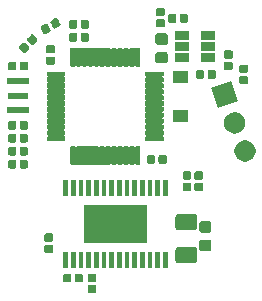
<source format=gbr>
%TF.GenerationSoftware,KiCad,Pcbnew,(5.1.5)-3*%
%TF.CreationDate,2021-10-31T01:47:11+08:00*%
%TF.ProjectId,STM32_FOC,53544d33-325f-4464-9f43-2e6b69636164,rev?*%
%TF.SameCoordinates,Original*%
%TF.FileFunction,Soldermask,Top*%
%TF.FilePolarity,Negative*%
%FSLAX46Y46*%
G04 Gerber Fmt 4.6, Leading zero omitted, Abs format (unit mm)*
G04 Created by KiCad (PCBNEW (5.1.5)-3) date 2021-10-31 01:47:11*
%MOMM*%
%LPD*%
G04 APERTURE LIST*
%ADD10C,0.100000*%
G04 APERTURE END LIST*
D10*
G36*
X97751824Y-111842080D02*
G01*
X97779545Y-111850490D01*
X97805089Y-111864144D01*
X97827480Y-111882520D01*
X97845856Y-111904911D01*
X97859510Y-111930455D01*
X97867920Y-111958176D01*
X97871000Y-111989453D01*
X97871000Y-112380547D01*
X97867920Y-112411824D01*
X97859510Y-112439545D01*
X97845856Y-112465089D01*
X97827480Y-112487480D01*
X97805089Y-112505856D01*
X97779545Y-112519510D01*
X97751824Y-112527920D01*
X97720547Y-112531000D01*
X97279453Y-112531000D01*
X97248176Y-112527920D01*
X97220455Y-112519510D01*
X97194911Y-112505856D01*
X97172520Y-112487480D01*
X97154144Y-112465089D01*
X97140490Y-112439545D01*
X97132080Y-112411824D01*
X97129000Y-112380547D01*
X97129000Y-111989453D01*
X97132080Y-111958176D01*
X97140490Y-111930455D01*
X97154144Y-111904911D01*
X97172520Y-111882520D01*
X97194911Y-111864144D01*
X97220455Y-111850490D01*
X97248176Y-111842080D01*
X97279453Y-111839000D01*
X97720547Y-111839000D01*
X97751824Y-111842080D01*
G37*
G36*
X96611824Y-110882080D02*
G01*
X96639545Y-110890490D01*
X96665089Y-110904144D01*
X96687480Y-110922520D01*
X96705856Y-110944911D01*
X96719510Y-110970455D01*
X96727920Y-110998176D01*
X96731000Y-111029453D01*
X96731000Y-111470547D01*
X96727920Y-111501824D01*
X96719510Y-111529545D01*
X96705856Y-111555089D01*
X96687480Y-111577480D01*
X96665089Y-111595856D01*
X96639545Y-111609510D01*
X96611824Y-111617920D01*
X96580547Y-111621000D01*
X96189453Y-111621000D01*
X96158176Y-111617920D01*
X96130455Y-111609510D01*
X96104911Y-111595856D01*
X96082520Y-111577480D01*
X96064144Y-111555089D01*
X96050490Y-111529545D01*
X96042080Y-111501824D01*
X96039000Y-111470547D01*
X96039000Y-111029453D01*
X96042080Y-110998176D01*
X96050490Y-110970455D01*
X96064144Y-110944911D01*
X96082520Y-110922520D01*
X96104911Y-110904144D01*
X96130455Y-110890490D01*
X96158176Y-110882080D01*
X96189453Y-110879000D01*
X96580547Y-110879000D01*
X96611824Y-110882080D01*
G37*
G36*
X95641824Y-110882080D02*
G01*
X95669545Y-110890490D01*
X95695089Y-110904144D01*
X95717480Y-110922520D01*
X95735856Y-110944911D01*
X95749510Y-110970455D01*
X95757920Y-110998176D01*
X95761000Y-111029453D01*
X95761000Y-111470547D01*
X95757920Y-111501824D01*
X95749510Y-111529545D01*
X95735856Y-111555089D01*
X95717480Y-111577480D01*
X95695089Y-111595856D01*
X95669545Y-111609510D01*
X95641824Y-111617920D01*
X95610547Y-111621000D01*
X95219453Y-111621000D01*
X95188176Y-111617920D01*
X95160455Y-111609510D01*
X95134911Y-111595856D01*
X95112520Y-111577480D01*
X95094144Y-111555089D01*
X95080490Y-111529545D01*
X95072080Y-111501824D01*
X95069000Y-111470547D01*
X95069000Y-111029453D01*
X95072080Y-110998176D01*
X95080490Y-110970455D01*
X95094144Y-110944911D01*
X95112520Y-110922520D01*
X95134911Y-110904144D01*
X95160455Y-110890490D01*
X95188176Y-110882080D01*
X95219453Y-110879000D01*
X95610547Y-110879000D01*
X95641824Y-110882080D01*
G37*
G36*
X97751824Y-110872080D02*
G01*
X97779545Y-110880490D01*
X97805089Y-110894144D01*
X97827480Y-110912520D01*
X97845856Y-110934911D01*
X97859510Y-110960455D01*
X97867920Y-110988176D01*
X97871000Y-111019453D01*
X97871000Y-111410547D01*
X97867920Y-111441824D01*
X97859510Y-111469545D01*
X97845856Y-111495089D01*
X97827480Y-111517480D01*
X97805089Y-111535856D01*
X97779545Y-111549510D01*
X97751824Y-111557920D01*
X97720547Y-111561000D01*
X97279453Y-111561000D01*
X97248176Y-111557920D01*
X97220455Y-111549510D01*
X97194911Y-111535856D01*
X97172520Y-111517480D01*
X97154144Y-111495089D01*
X97140490Y-111469545D01*
X97132080Y-111441824D01*
X97129000Y-111410547D01*
X97129000Y-111019453D01*
X97132080Y-110988176D01*
X97140490Y-110960455D01*
X97154144Y-110934911D01*
X97172520Y-110912520D01*
X97194911Y-110894144D01*
X97220455Y-110880490D01*
X97248176Y-110872080D01*
X97279453Y-110869000D01*
X97720547Y-110869000D01*
X97751824Y-110872080D01*
G37*
G36*
X103277180Y-110361140D02*
G01*
X102870380Y-110361140D01*
X102870380Y-109019620D01*
X103277180Y-109019620D01*
X103277180Y-110361140D01*
G37*
G36*
X103927420Y-110361140D02*
G01*
X103520620Y-110361140D01*
X103520620Y-109019620D01*
X103927420Y-109019620D01*
X103927420Y-110361140D01*
G37*
G36*
X101976700Y-110361140D02*
G01*
X101569900Y-110361140D01*
X101569900Y-109019620D01*
X101976700Y-109019620D01*
X101976700Y-110361140D01*
G37*
G36*
X101326460Y-110361140D02*
G01*
X100919660Y-110361140D01*
X100919660Y-109019620D01*
X101326460Y-109019620D01*
X101326460Y-110361140D01*
G37*
G36*
X100676220Y-110361140D02*
G01*
X100269420Y-110361140D01*
X100269420Y-109019620D01*
X100676220Y-109019620D01*
X100676220Y-110361140D01*
G37*
G36*
X100025980Y-110361140D02*
G01*
X99619180Y-110361140D01*
X99619180Y-109019620D01*
X100025980Y-109019620D01*
X100025980Y-110361140D01*
G37*
G36*
X99380820Y-110361140D02*
G01*
X98974020Y-110361140D01*
X98974020Y-109019620D01*
X99380820Y-109019620D01*
X99380820Y-110361140D01*
G37*
G36*
X98080340Y-110361140D02*
G01*
X97673540Y-110361140D01*
X97673540Y-109019620D01*
X98080340Y-109019620D01*
X98080340Y-110361140D01*
G37*
G36*
X97430100Y-110361140D02*
G01*
X97023300Y-110361140D01*
X97023300Y-109019620D01*
X97430100Y-109019620D01*
X97430100Y-110361140D01*
G37*
G36*
X96779860Y-110361140D02*
G01*
X96373060Y-110361140D01*
X96373060Y-109019620D01*
X96779860Y-109019620D01*
X96779860Y-110361140D01*
G37*
G36*
X96129620Y-110361140D02*
G01*
X95722820Y-110361140D01*
X95722820Y-109019620D01*
X96129620Y-109019620D01*
X96129620Y-110361140D01*
G37*
G36*
X95479380Y-110361140D02*
G01*
X95072580Y-110361140D01*
X95072580Y-109019620D01*
X95479380Y-109019620D01*
X95479380Y-110361140D01*
G37*
G36*
X102626940Y-110361140D02*
G01*
X102220140Y-110361140D01*
X102220140Y-109019620D01*
X102626940Y-109019620D01*
X102626940Y-110361140D01*
G37*
G36*
X98730580Y-110361140D02*
G01*
X98323780Y-110361140D01*
X98323780Y-109019620D01*
X98730580Y-109019620D01*
X98730580Y-110361140D01*
G37*
G36*
X106232452Y-108628856D02*
G01*
X106277504Y-108642522D01*
X106319024Y-108664716D01*
X106355417Y-108694583D01*
X106385284Y-108730976D01*
X106407478Y-108772496D01*
X106421144Y-108817548D01*
X106426000Y-108866854D01*
X106426000Y-109733146D01*
X106421144Y-109782452D01*
X106407478Y-109827504D01*
X106385284Y-109869024D01*
X106355417Y-109905417D01*
X106319024Y-109935284D01*
X106277504Y-109957478D01*
X106232452Y-109971144D01*
X106183146Y-109976000D01*
X104816854Y-109976000D01*
X104767548Y-109971144D01*
X104722496Y-109957478D01*
X104680976Y-109935284D01*
X104644583Y-109905417D01*
X104614716Y-109869024D01*
X104592522Y-109827504D01*
X104578856Y-109782452D01*
X104574000Y-109733146D01*
X104574000Y-108866854D01*
X104578856Y-108817548D01*
X104592522Y-108772496D01*
X104614716Y-108730976D01*
X104644583Y-108694583D01*
X104680976Y-108664716D01*
X104722496Y-108642522D01*
X104767548Y-108628856D01*
X104816854Y-108624000D01*
X106183146Y-108624000D01*
X106232452Y-108628856D01*
G37*
G36*
X94101824Y-108442080D02*
G01*
X94129545Y-108450490D01*
X94155089Y-108464144D01*
X94177480Y-108482520D01*
X94195856Y-108504911D01*
X94209510Y-108530455D01*
X94217920Y-108558176D01*
X94221000Y-108589453D01*
X94221000Y-108980547D01*
X94217920Y-109011824D01*
X94209510Y-109039545D01*
X94195856Y-109065089D01*
X94177480Y-109087480D01*
X94155089Y-109105856D01*
X94129545Y-109119510D01*
X94101824Y-109127920D01*
X94070547Y-109131000D01*
X93629453Y-109131000D01*
X93598176Y-109127920D01*
X93570455Y-109119510D01*
X93544911Y-109105856D01*
X93522520Y-109087480D01*
X93504144Y-109065089D01*
X93490490Y-109039545D01*
X93482080Y-109011824D01*
X93479000Y-108980547D01*
X93479000Y-108589453D01*
X93482080Y-108558176D01*
X93490490Y-108530455D01*
X93504144Y-108504911D01*
X93522520Y-108482520D01*
X93544911Y-108464144D01*
X93570455Y-108450490D01*
X93598176Y-108442080D01*
X93629453Y-108439000D01*
X94070547Y-108439000D01*
X94101824Y-108442080D01*
G37*
G36*
X107449477Y-108003450D02*
G01*
X107490559Y-108015912D01*
X107528424Y-108036152D01*
X107561612Y-108063388D01*
X107588848Y-108096576D01*
X107609088Y-108134441D01*
X107621550Y-108175523D01*
X107626000Y-108220704D01*
X107626000Y-108754296D01*
X107621550Y-108799477D01*
X107609088Y-108840559D01*
X107588848Y-108878424D01*
X107561612Y-108911612D01*
X107528424Y-108938848D01*
X107490559Y-108959088D01*
X107449477Y-108971550D01*
X107404296Y-108976000D01*
X106795704Y-108976000D01*
X106750523Y-108971550D01*
X106709441Y-108959088D01*
X106671576Y-108938848D01*
X106638388Y-108911612D01*
X106611152Y-108878424D01*
X106590912Y-108840559D01*
X106578450Y-108799477D01*
X106574000Y-108754296D01*
X106574000Y-108220704D01*
X106578450Y-108175523D01*
X106590912Y-108134441D01*
X106611152Y-108096576D01*
X106638388Y-108063388D01*
X106671576Y-108036152D01*
X106709441Y-108015912D01*
X106750523Y-108003450D01*
X106795704Y-107999000D01*
X107404296Y-107999000D01*
X107449477Y-108003450D01*
G37*
G36*
X102150690Y-108250400D02*
G01*
X96849310Y-108250400D01*
X96849310Y-105049600D01*
X102150690Y-105049600D01*
X102150690Y-108250400D01*
G37*
G36*
X94101824Y-107472080D02*
G01*
X94129545Y-107480490D01*
X94155089Y-107494144D01*
X94177480Y-107512520D01*
X94195856Y-107534911D01*
X94209510Y-107560455D01*
X94217920Y-107588176D01*
X94221000Y-107619453D01*
X94221000Y-108010547D01*
X94217920Y-108041824D01*
X94209510Y-108069545D01*
X94195856Y-108095089D01*
X94177480Y-108117480D01*
X94155089Y-108135856D01*
X94129545Y-108149510D01*
X94101824Y-108157920D01*
X94070547Y-108161000D01*
X93629453Y-108161000D01*
X93598176Y-108157920D01*
X93570455Y-108149510D01*
X93544911Y-108135856D01*
X93522520Y-108117480D01*
X93504144Y-108095089D01*
X93490490Y-108069545D01*
X93482080Y-108041824D01*
X93479000Y-108010547D01*
X93479000Y-107619453D01*
X93482080Y-107588176D01*
X93490490Y-107560455D01*
X93504144Y-107534911D01*
X93522520Y-107512520D01*
X93544911Y-107494144D01*
X93570455Y-107480490D01*
X93598176Y-107472080D01*
X93629453Y-107469000D01*
X94070547Y-107469000D01*
X94101824Y-107472080D01*
G37*
G36*
X107449477Y-106428450D02*
G01*
X107490559Y-106440912D01*
X107528424Y-106461152D01*
X107561612Y-106488388D01*
X107588848Y-106521576D01*
X107609088Y-106559441D01*
X107621550Y-106600523D01*
X107626000Y-106645704D01*
X107626000Y-107179296D01*
X107621550Y-107224477D01*
X107609088Y-107265559D01*
X107588848Y-107303424D01*
X107561612Y-107336612D01*
X107528424Y-107363848D01*
X107490559Y-107384088D01*
X107449477Y-107396550D01*
X107404296Y-107401000D01*
X106795704Y-107401000D01*
X106750523Y-107396550D01*
X106709441Y-107384088D01*
X106671576Y-107363848D01*
X106638388Y-107336612D01*
X106611152Y-107303424D01*
X106590912Y-107265559D01*
X106578450Y-107224477D01*
X106574000Y-107179296D01*
X106574000Y-106645704D01*
X106578450Y-106600523D01*
X106590912Y-106559441D01*
X106611152Y-106521576D01*
X106638388Y-106488388D01*
X106671576Y-106461152D01*
X106709441Y-106440912D01*
X106750523Y-106428450D01*
X106795704Y-106424000D01*
X107404296Y-106424000D01*
X107449477Y-106428450D01*
G37*
G36*
X106232452Y-105828856D02*
G01*
X106277504Y-105842522D01*
X106319024Y-105864716D01*
X106355417Y-105894583D01*
X106385284Y-105930976D01*
X106407478Y-105972496D01*
X106421144Y-106017548D01*
X106426000Y-106066854D01*
X106426000Y-106933146D01*
X106421144Y-106982452D01*
X106407478Y-107027504D01*
X106385284Y-107069024D01*
X106355417Y-107105417D01*
X106319024Y-107135284D01*
X106277504Y-107157478D01*
X106232452Y-107171144D01*
X106183146Y-107176000D01*
X104816854Y-107176000D01*
X104767548Y-107171144D01*
X104722496Y-107157478D01*
X104680976Y-107135284D01*
X104644583Y-107105417D01*
X104614716Y-107069024D01*
X104592522Y-107027504D01*
X104578856Y-106982452D01*
X104574000Y-106933146D01*
X104574000Y-106066854D01*
X104578856Y-106017548D01*
X104592522Y-105972496D01*
X104614716Y-105930976D01*
X104644583Y-105894583D01*
X104680976Y-105864716D01*
X104722496Y-105842522D01*
X104767548Y-105828856D01*
X104816854Y-105824000D01*
X106183146Y-105824000D01*
X106232452Y-105828856D01*
G37*
G36*
X101326460Y-104280380D02*
G01*
X100919660Y-104280380D01*
X100919660Y-102938860D01*
X101326460Y-102938860D01*
X101326460Y-104280380D01*
G37*
G36*
X95479380Y-104280380D02*
G01*
X95072580Y-104280380D01*
X95072580Y-102938860D01*
X95479380Y-102938860D01*
X95479380Y-104280380D01*
G37*
G36*
X96129620Y-104280380D02*
G01*
X95722820Y-104280380D01*
X95722820Y-102938860D01*
X96129620Y-102938860D01*
X96129620Y-104280380D01*
G37*
G36*
X96779860Y-104280380D02*
G01*
X96373060Y-104280380D01*
X96373060Y-102938860D01*
X96779860Y-102938860D01*
X96779860Y-104280380D01*
G37*
G36*
X97430100Y-104280380D02*
G01*
X97023300Y-104280380D01*
X97023300Y-102938860D01*
X97430100Y-102938860D01*
X97430100Y-104280380D01*
G37*
G36*
X98080340Y-104280380D02*
G01*
X97673540Y-104280380D01*
X97673540Y-102938860D01*
X98080340Y-102938860D01*
X98080340Y-104280380D01*
G37*
G36*
X98730580Y-104280380D02*
G01*
X98323780Y-104280380D01*
X98323780Y-102938860D01*
X98730580Y-102938860D01*
X98730580Y-104280380D01*
G37*
G36*
X100025980Y-104280380D02*
G01*
X99619180Y-104280380D01*
X99619180Y-102938860D01*
X100025980Y-102938860D01*
X100025980Y-104280380D01*
G37*
G36*
X100676220Y-104280380D02*
G01*
X100269420Y-104280380D01*
X100269420Y-102938860D01*
X100676220Y-102938860D01*
X100676220Y-104280380D01*
G37*
G36*
X99380820Y-104280380D02*
G01*
X98974020Y-104280380D01*
X98974020Y-102938860D01*
X99380820Y-102938860D01*
X99380820Y-104280380D01*
G37*
G36*
X101976700Y-104280380D02*
G01*
X101569900Y-104280380D01*
X101569900Y-102938860D01*
X101976700Y-102938860D01*
X101976700Y-104280380D01*
G37*
G36*
X102626940Y-104280380D02*
G01*
X102220140Y-104280380D01*
X102220140Y-102938860D01*
X102626940Y-102938860D01*
X102626940Y-104280380D01*
G37*
G36*
X103277180Y-104280380D02*
G01*
X102870380Y-104280380D01*
X102870380Y-102938860D01*
X103277180Y-102938860D01*
X103277180Y-104280380D01*
G37*
G36*
X103927420Y-104280380D02*
G01*
X103520620Y-104280380D01*
X103520620Y-102938860D01*
X103927420Y-102938860D01*
X103927420Y-104280380D01*
G37*
G36*
X106801824Y-103192080D02*
G01*
X106829545Y-103200490D01*
X106855089Y-103214144D01*
X106877480Y-103232520D01*
X106895856Y-103254911D01*
X106909510Y-103280455D01*
X106917920Y-103308176D01*
X106921000Y-103339453D01*
X106921000Y-103730547D01*
X106917920Y-103761824D01*
X106909510Y-103789545D01*
X106895856Y-103815089D01*
X106877480Y-103837480D01*
X106855089Y-103855856D01*
X106829545Y-103869510D01*
X106801824Y-103877920D01*
X106770547Y-103881000D01*
X106329453Y-103881000D01*
X106298176Y-103877920D01*
X106270455Y-103869510D01*
X106244911Y-103855856D01*
X106222520Y-103837480D01*
X106204144Y-103815089D01*
X106190490Y-103789545D01*
X106182080Y-103761824D01*
X106179000Y-103730547D01*
X106179000Y-103339453D01*
X106182080Y-103308176D01*
X106190490Y-103280455D01*
X106204144Y-103254911D01*
X106222520Y-103232520D01*
X106244911Y-103214144D01*
X106270455Y-103200490D01*
X106298176Y-103192080D01*
X106329453Y-103189000D01*
X106770547Y-103189000D01*
X106801824Y-103192080D01*
G37*
G36*
X105796824Y-103192080D02*
G01*
X105824545Y-103200490D01*
X105850089Y-103214144D01*
X105872480Y-103232520D01*
X105890856Y-103254911D01*
X105904510Y-103280455D01*
X105912920Y-103308176D01*
X105916000Y-103339453D01*
X105916000Y-103730547D01*
X105912920Y-103761824D01*
X105904510Y-103789545D01*
X105890856Y-103815089D01*
X105872480Y-103837480D01*
X105850089Y-103855856D01*
X105824545Y-103869510D01*
X105796824Y-103877920D01*
X105765547Y-103881000D01*
X105324453Y-103881000D01*
X105293176Y-103877920D01*
X105265455Y-103869510D01*
X105239911Y-103855856D01*
X105217520Y-103837480D01*
X105199144Y-103815089D01*
X105185490Y-103789545D01*
X105177080Y-103761824D01*
X105174000Y-103730547D01*
X105174000Y-103339453D01*
X105177080Y-103308176D01*
X105185490Y-103280455D01*
X105199144Y-103254911D01*
X105217520Y-103232520D01*
X105239911Y-103214144D01*
X105265455Y-103200490D01*
X105293176Y-103192080D01*
X105324453Y-103189000D01*
X105765547Y-103189000D01*
X105796824Y-103192080D01*
G37*
G36*
X106801824Y-102222080D02*
G01*
X106829545Y-102230490D01*
X106855089Y-102244144D01*
X106877480Y-102262520D01*
X106895856Y-102284911D01*
X106909510Y-102310455D01*
X106917920Y-102338176D01*
X106921000Y-102369453D01*
X106921000Y-102760547D01*
X106917920Y-102791824D01*
X106909510Y-102819545D01*
X106895856Y-102845089D01*
X106877480Y-102867480D01*
X106855089Y-102885856D01*
X106829545Y-102899510D01*
X106801824Y-102907920D01*
X106770547Y-102911000D01*
X106329453Y-102911000D01*
X106298176Y-102907920D01*
X106270455Y-102899510D01*
X106244911Y-102885856D01*
X106222520Y-102867480D01*
X106204144Y-102845089D01*
X106190490Y-102819545D01*
X106182080Y-102791824D01*
X106179000Y-102760547D01*
X106179000Y-102369453D01*
X106182080Y-102338176D01*
X106190490Y-102310455D01*
X106204144Y-102284911D01*
X106222520Y-102262520D01*
X106244911Y-102244144D01*
X106270455Y-102230490D01*
X106298176Y-102222080D01*
X106329453Y-102219000D01*
X106770547Y-102219000D01*
X106801824Y-102222080D01*
G37*
G36*
X105796824Y-102222080D02*
G01*
X105824545Y-102230490D01*
X105850089Y-102244144D01*
X105872480Y-102262520D01*
X105890856Y-102284911D01*
X105904510Y-102310455D01*
X105912920Y-102338176D01*
X105916000Y-102369453D01*
X105916000Y-102760547D01*
X105912920Y-102791824D01*
X105904510Y-102819545D01*
X105890856Y-102845089D01*
X105872480Y-102867480D01*
X105850089Y-102885856D01*
X105824545Y-102899510D01*
X105796824Y-102907920D01*
X105765547Y-102911000D01*
X105324453Y-102911000D01*
X105293176Y-102907920D01*
X105265455Y-102899510D01*
X105239911Y-102885856D01*
X105217520Y-102867480D01*
X105199144Y-102845089D01*
X105185490Y-102819545D01*
X105177080Y-102791824D01*
X105174000Y-102760547D01*
X105174000Y-102369453D01*
X105177080Y-102338176D01*
X105185490Y-102310455D01*
X105199144Y-102284911D01*
X105217520Y-102262520D01*
X105239911Y-102244144D01*
X105265455Y-102230490D01*
X105293176Y-102222080D01*
X105324453Y-102219000D01*
X105765547Y-102219000D01*
X105796824Y-102222080D01*
G37*
G36*
X91961824Y-101232080D02*
G01*
X91989545Y-101240490D01*
X92015089Y-101254144D01*
X92037480Y-101272520D01*
X92055856Y-101294911D01*
X92069510Y-101320455D01*
X92077920Y-101348176D01*
X92081000Y-101379453D01*
X92081000Y-101820547D01*
X92077920Y-101851824D01*
X92069510Y-101879545D01*
X92055856Y-101905089D01*
X92037480Y-101927480D01*
X92015089Y-101945856D01*
X91989545Y-101959510D01*
X91961824Y-101967920D01*
X91930547Y-101971000D01*
X91539453Y-101971000D01*
X91508176Y-101967920D01*
X91480455Y-101959510D01*
X91454911Y-101945856D01*
X91432520Y-101927480D01*
X91414144Y-101905089D01*
X91400490Y-101879545D01*
X91392080Y-101851824D01*
X91389000Y-101820547D01*
X91389000Y-101379453D01*
X91392080Y-101348176D01*
X91400490Y-101320455D01*
X91414144Y-101294911D01*
X91432520Y-101272520D01*
X91454911Y-101254144D01*
X91480455Y-101240490D01*
X91508176Y-101232080D01*
X91539453Y-101229000D01*
X91930547Y-101229000D01*
X91961824Y-101232080D01*
G37*
G36*
X90991824Y-101232080D02*
G01*
X91019545Y-101240490D01*
X91045089Y-101254144D01*
X91067480Y-101272520D01*
X91085856Y-101294911D01*
X91099510Y-101320455D01*
X91107920Y-101348176D01*
X91111000Y-101379453D01*
X91111000Y-101820547D01*
X91107920Y-101851824D01*
X91099510Y-101879545D01*
X91085856Y-101905089D01*
X91067480Y-101927480D01*
X91045089Y-101945856D01*
X91019545Y-101959510D01*
X90991824Y-101967920D01*
X90960547Y-101971000D01*
X90569453Y-101971000D01*
X90538176Y-101967920D01*
X90510455Y-101959510D01*
X90484911Y-101945856D01*
X90462520Y-101927480D01*
X90444144Y-101905089D01*
X90430490Y-101879545D01*
X90422080Y-101851824D01*
X90419000Y-101820547D01*
X90419000Y-101379453D01*
X90422080Y-101348176D01*
X90430490Y-101320455D01*
X90444144Y-101294911D01*
X90462520Y-101272520D01*
X90484911Y-101254144D01*
X90510455Y-101240490D01*
X90538176Y-101232080D01*
X90569453Y-101229000D01*
X90960547Y-101229000D01*
X90991824Y-101232080D01*
G37*
G36*
X96020180Y-100085687D02*
G01*
X96034301Y-100089971D01*
X96047312Y-100096925D01*
X96058715Y-100106285D01*
X96068075Y-100117688D01*
X96075029Y-100130699D01*
X96079313Y-100144820D01*
X96080242Y-100154255D01*
X96082154Y-100163868D01*
X96085904Y-100172924D01*
X96091350Y-100181073D01*
X96098280Y-100188004D01*
X96106430Y-100193450D01*
X96115485Y-100197201D01*
X96125098Y-100199113D01*
X96134900Y-100199113D01*
X96144513Y-100197201D01*
X96153569Y-100193451D01*
X96161718Y-100188005D01*
X96168649Y-100181075D01*
X96174095Y-100172925D01*
X96177846Y-100163870D01*
X96179758Y-100154255D01*
X96180687Y-100144820D01*
X96184971Y-100130699D01*
X96191925Y-100117688D01*
X96201285Y-100106285D01*
X96212688Y-100096925D01*
X96225699Y-100089971D01*
X96239820Y-100085687D01*
X96256953Y-100084000D01*
X96503047Y-100084000D01*
X96520180Y-100085687D01*
X96534301Y-100089971D01*
X96547312Y-100096925D01*
X96558715Y-100106285D01*
X96568075Y-100117688D01*
X96575029Y-100130699D01*
X96579313Y-100144820D01*
X96580242Y-100154255D01*
X96582154Y-100163868D01*
X96585904Y-100172924D01*
X96591350Y-100181073D01*
X96598280Y-100188004D01*
X96606430Y-100193450D01*
X96615485Y-100197201D01*
X96625098Y-100199113D01*
X96634900Y-100199113D01*
X96644513Y-100197201D01*
X96653569Y-100193451D01*
X96661718Y-100188005D01*
X96668649Y-100181075D01*
X96674095Y-100172925D01*
X96677846Y-100163870D01*
X96679758Y-100154255D01*
X96680687Y-100144820D01*
X96684971Y-100130699D01*
X96691925Y-100117688D01*
X96701285Y-100106285D01*
X96712688Y-100096925D01*
X96725699Y-100089971D01*
X96739820Y-100085687D01*
X96756953Y-100084000D01*
X97003047Y-100084000D01*
X97020180Y-100085687D01*
X97034301Y-100089971D01*
X97047312Y-100096925D01*
X97058715Y-100106285D01*
X97068075Y-100117688D01*
X97075029Y-100130699D01*
X97079313Y-100144820D01*
X97080242Y-100154255D01*
X97082154Y-100163868D01*
X97085904Y-100172924D01*
X97091350Y-100181073D01*
X97098280Y-100188004D01*
X97106430Y-100193450D01*
X97115485Y-100197201D01*
X97125098Y-100199113D01*
X97134900Y-100199113D01*
X97144513Y-100197201D01*
X97153569Y-100193451D01*
X97161718Y-100188005D01*
X97168649Y-100181075D01*
X97174095Y-100172925D01*
X97177846Y-100163870D01*
X97179758Y-100154255D01*
X97180687Y-100144820D01*
X97184971Y-100130699D01*
X97191925Y-100117688D01*
X97201285Y-100106285D01*
X97212688Y-100096925D01*
X97225699Y-100089971D01*
X97239820Y-100085687D01*
X97256953Y-100084000D01*
X97503047Y-100084000D01*
X97520180Y-100085687D01*
X97534301Y-100089971D01*
X97547312Y-100096925D01*
X97558715Y-100106285D01*
X97568075Y-100117688D01*
X97575029Y-100130699D01*
X97579313Y-100144820D01*
X97580242Y-100154255D01*
X97582154Y-100163868D01*
X97585904Y-100172924D01*
X97591350Y-100181073D01*
X97598280Y-100188004D01*
X97606430Y-100193450D01*
X97615485Y-100197201D01*
X97625098Y-100199113D01*
X97634900Y-100199113D01*
X97644513Y-100197201D01*
X97653569Y-100193451D01*
X97661718Y-100188005D01*
X97668649Y-100181075D01*
X97674095Y-100172925D01*
X97677846Y-100163870D01*
X97679758Y-100154255D01*
X97680687Y-100144820D01*
X97684971Y-100130699D01*
X97691925Y-100117688D01*
X97701285Y-100106285D01*
X97712688Y-100096925D01*
X97725699Y-100089971D01*
X97739820Y-100085687D01*
X97756953Y-100084000D01*
X98003047Y-100084000D01*
X98020180Y-100085687D01*
X98034301Y-100089971D01*
X98047312Y-100096925D01*
X98058715Y-100106285D01*
X98068075Y-100117688D01*
X98075029Y-100130699D01*
X98079313Y-100144820D01*
X98080242Y-100154255D01*
X98082154Y-100163868D01*
X98085904Y-100172924D01*
X98091350Y-100181073D01*
X98098280Y-100188004D01*
X98106430Y-100193450D01*
X98115485Y-100197201D01*
X98125098Y-100199113D01*
X98134900Y-100199113D01*
X98144513Y-100197201D01*
X98153569Y-100193451D01*
X98161718Y-100188005D01*
X98168649Y-100181075D01*
X98174095Y-100172925D01*
X98177846Y-100163870D01*
X98179758Y-100154255D01*
X98180687Y-100144820D01*
X98184971Y-100130699D01*
X98191925Y-100117688D01*
X98201285Y-100106285D01*
X98212688Y-100096925D01*
X98225699Y-100089971D01*
X98239820Y-100085687D01*
X98256953Y-100084000D01*
X98503047Y-100084000D01*
X98520180Y-100085687D01*
X98534301Y-100089971D01*
X98547312Y-100096925D01*
X98558715Y-100106285D01*
X98568075Y-100117688D01*
X98575029Y-100130699D01*
X98579313Y-100144820D01*
X98580242Y-100154255D01*
X98582154Y-100163868D01*
X98585904Y-100172924D01*
X98591350Y-100181073D01*
X98598280Y-100188004D01*
X98606430Y-100193450D01*
X98615485Y-100197201D01*
X98625098Y-100199113D01*
X98634900Y-100199113D01*
X98644513Y-100197201D01*
X98653569Y-100193451D01*
X98661718Y-100188005D01*
X98668649Y-100181075D01*
X98674095Y-100172925D01*
X98677846Y-100163870D01*
X98679758Y-100154255D01*
X98680687Y-100144820D01*
X98684971Y-100130699D01*
X98691925Y-100117688D01*
X98701285Y-100106285D01*
X98712688Y-100096925D01*
X98725699Y-100089971D01*
X98739820Y-100085687D01*
X98756953Y-100084000D01*
X99003047Y-100084000D01*
X99020180Y-100085687D01*
X99034301Y-100089971D01*
X99047312Y-100096925D01*
X99058715Y-100106285D01*
X99068075Y-100117688D01*
X99075029Y-100130699D01*
X99079313Y-100144820D01*
X99080242Y-100154255D01*
X99082154Y-100163868D01*
X99085904Y-100172924D01*
X99091350Y-100181073D01*
X99098280Y-100188004D01*
X99106430Y-100193450D01*
X99115485Y-100197201D01*
X99125098Y-100199113D01*
X99134900Y-100199113D01*
X99144513Y-100197201D01*
X99153569Y-100193451D01*
X99161718Y-100188005D01*
X99168649Y-100181075D01*
X99174095Y-100172925D01*
X99177846Y-100163870D01*
X99179758Y-100154255D01*
X99180687Y-100144820D01*
X99184971Y-100130699D01*
X99191925Y-100117688D01*
X99201285Y-100106285D01*
X99212688Y-100096925D01*
X99225699Y-100089971D01*
X99239820Y-100085687D01*
X99256953Y-100084000D01*
X99503047Y-100084000D01*
X99520180Y-100085687D01*
X99534301Y-100089971D01*
X99547312Y-100096925D01*
X99558715Y-100106285D01*
X99568075Y-100117688D01*
X99575029Y-100130699D01*
X99579313Y-100144820D01*
X99580242Y-100154255D01*
X99582154Y-100163868D01*
X99585904Y-100172924D01*
X99591350Y-100181073D01*
X99598280Y-100188004D01*
X99606430Y-100193450D01*
X99615485Y-100197201D01*
X99625098Y-100199113D01*
X99634900Y-100199113D01*
X99644513Y-100197201D01*
X99653569Y-100193451D01*
X99661718Y-100188005D01*
X99668649Y-100181075D01*
X99674095Y-100172925D01*
X99677846Y-100163870D01*
X99679758Y-100154255D01*
X99680687Y-100144820D01*
X99684971Y-100130699D01*
X99691925Y-100117688D01*
X99701285Y-100106285D01*
X99712688Y-100096925D01*
X99725699Y-100089971D01*
X99739820Y-100085687D01*
X99756953Y-100084000D01*
X100003047Y-100084000D01*
X100020180Y-100085687D01*
X100034301Y-100089971D01*
X100047312Y-100096925D01*
X100058715Y-100106285D01*
X100068075Y-100117688D01*
X100075029Y-100130699D01*
X100079313Y-100144820D01*
X100080242Y-100154255D01*
X100082154Y-100163868D01*
X100085904Y-100172924D01*
X100091350Y-100181073D01*
X100098280Y-100188004D01*
X100106430Y-100193450D01*
X100115485Y-100197201D01*
X100125098Y-100199113D01*
X100134900Y-100199113D01*
X100144513Y-100197201D01*
X100153569Y-100193451D01*
X100161718Y-100188005D01*
X100168649Y-100181075D01*
X100174095Y-100172925D01*
X100177846Y-100163870D01*
X100179758Y-100154255D01*
X100180687Y-100144820D01*
X100184971Y-100130699D01*
X100191925Y-100117688D01*
X100201285Y-100106285D01*
X100212688Y-100096925D01*
X100225699Y-100089971D01*
X100239820Y-100085687D01*
X100256953Y-100084000D01*
X100503047Y-100084000D01*
X100520180Y-100085687D01*
X100534301Y-100089971D01*
X100547312Y-100096925D01*
X100558715Y-100106285D01*
X100568075Y-100117688D01*
X100575029Y-100130699D01*
X100579313Y-100144820D01*
X100580242Y-100154255D01*
X100582154Y-100163868D01*
X100585904Y-100172924D01*
X100591350Y-100181073D01*
X100598280Y-100188004D01*
X100606430Y-100193450D01*
X100615485Y-100197201D01*
X100625098Y-100199113D01*
X100634900Y-100199113D01*
X100644513Y-100197201D01*
X100653569Y-100193451D01*
X100661718Y-100188005D01*
X100668649Y-100181075D01*
X100674095Y-100172925D01*
X100677846Y-100163870D01*
X100679758Y-100154255D01*
X100680687Y-100144820D01*
X100684971Y-100130699D01*
X100691925Y-100117688D01*
X100701285Y-100106285D01*
X100712688Y-100096925D01*
X100725699Y-100089971D01*
X100739820Y-100085687D01*
X100756953Y-100084000D01*
X101003047Y-100084000D01*
X101020180Y-100085687D01*
X101034301Y-100089971D01*
X101047312Y-100096925D01*
X101058715Y-100106285D01*
X101068075Y-100117688D01*
X101075029Y-100130699D01*
X101079313Y-100144820D01*
X101080242Y-100154255D01*
X101082154Y-100163868D01*
X101085904Y-100172924D01*
X101091350Y-100181073D01*
X101098280Y-100188004D01*
X101106430Y-100193450D01*
X101115485Y-100197201D01*
X101125098Y-100199113D01*
X101134900Y-100199113D01*
X101144513Y-100197201D01*
X101153569Y-100193451D01*
X101161718Y-100188005D01*
X101168649Y-100181075D01*
X101174095Y-100172925D01*
X101177846Y-100163870D01*
X101179758Y-100154255D01*
X101180687Y-100144820D01*
X101184971Y-100130699D01*
X101191925Y-100117688D01*
X101201285Y-100106285D01*
X101212688Y-100096925D01*
X101225699Y-100089971D01*
X101239820Y-100085687D01*
X101256953Y-100084000D01*
X101503047Y-100084000D01*
X101520180Y-100085687D01*
X101534301Y-100089971D01*
X101547312Y-100096925D01*
X101558715Y-100106285D01*
X101568075Y-100117688D01*
X101575029Y-100130699D01*
X101579313Y-100144820D01*
X101581000Y-100161953D01*
X101581000Y-101583047D01*
X101579313Y-101600180D01*
X101575029Y-101614301D01*
X101568075Y-101627312D01*
X101558715Y-101638715D01*
X101547312Y-101648075D01*
X101534301Y-101655029D01*
X101520180Y-101659313D01*
X101503047Y-101661000D01*
X101256953Y-101661000D01*
X101239820Y-101659313D01*
X101225699Y-101655029D01*
X101212688Y-101648075D01*
X101201285Y-101638715D01*
X101191925Y-101627312D01*
X101184971Y-101614301D01*
X101180687Y-101600180D01*
X101179758Y-101590745D01*
X101177846Y-101581132D01*
X101174096Y-101572076D01*
X101168650Y-101563927D01*
X101161720Y-101556996D01*
X101153570Y-101551550D01*
X101144515Y-101547799D01*
X101134902Y-101545887D01*
X101125100Y-101545887D01*
X101115487Y-101547799D01*
X101106431Y-101551549D01*
X101098282Y-101556995D01*
X101091351Y-101563925D01*
X101085905Y-101572075D01*
X101082154Y-101581130D01*
X101080242Y-101590745D01*
X101079313Y-101600180D01*
X101075029Y-101614301D01*
X101068075Y-101627312D01*
X101058715Y-101638715D01*
X101047312Y-101648075D01*
X101034301Y-101655029D01*
X101020180Y-101659313D01*
X101003047Y-101661000D01*
X100756953Y-101661000D01*
X100739820Y-101659313D01*
X100725699Y-101655029D01*
X100712688Y-101648075D01*
X100701285Y-101638715D01*
X100691925Y-101627312D01*
X100684971Y-101614301D01*
X100680687Y-101600180D01*
X100679758Y-101590745D01*
X100677846Y-101581132D01*
X100674096Y-101572076D01*
X100668650Y-101563927D01*
X100661720Y-101556996D01*
X100653570Y-101551550D01*
X100644515Y-101547799D01*
X100634902Y-101545887D01*
X100625100Y-101545887D01*
X100615487Y-101547799D01*
X100606431Y-101551549D01*
X100598282Y-101556995D01*
X100591351Y-101563925D01*
X100585905Y-101572075D01*
X100582154Y-101581130D01*
X100580242Y-101590745D01*
X100579313Y-101600180D01*
X100575029Y-101614301D01*
X100568075Y-101627312D01*
X100558715Y-101638715D01*
X100547312Y-101648075D01*
X100534301Y-101655029D01*
X100520180Y-101659313D01*
X100503047Y-101661000D01*
X100256953Y-101661000D01*
X100239820Y-101659313D01*
X100225699Y-101655029D01*
X100212688Y-101648075D01*
X100201285Y-101638715D01*
X100191925Y-101627312D01*
X100184971Y-101614301D01*
X100180687Y-101600180D01*
X100179758Y-101590745D01*
X100177846Y-101581132D01*
X100174096Y-101572076D01*
X100168650Y-101563927D01*
X100161720Y-101556996D01*
X100153570Y-101551550D01*
X100144515Y-101547799D01*
X100134902Y-101545887D01*
X100125100Y-101545887D01*
X100115487Y-101547799D01*
X100106431Y-101551549D01*
X100098282Y-101556995D01*
X100091351Y-101563925D01*
X100085905Y-101572075D01*
X100082154Y-101581130D01*
X100080242Y-101590745D01*
X100079313Y-101600180D01*
X100075029Y-101614301D01*
X100068075Y-101627312D01*
X100058715Y-101638715D01*
X100047312Y-101648075D01*
X100034301Y-101655029D01*
X100020180Y-101659313D01*
X100003047Y-101661000D01*
X99756953Y-101661000D01*
X99739820Y-101659313D01*
X99725699Y-101655029D01*
X99712688Y-101648075D01*
X99701285Y-101638715D01*
X99691925Y-101627312D01*
X99684971Y-101614301D01*
X99680687Y-101600180D01*
X99679758Y-101590745D01*
X99677846Y-101581132D01*
X99674096Y-101572076D01*
X99668650Y-101563927D01*
X99661720Y-101556996D01*
X99653570Y-101551550D01*
X99644515Y-101547799D01*
X99634902Y-101545887D01*
X99625100Y-101545887D01*
X99615487Y-101547799D01*
X99606431Y-101551549D01*
X99598282Y-101556995D01*
X99591351Y-101563925D01*
X99585905Y-101572075D01*
X99582154Y-101581130D01*
X99580242Y-101590745D01*
X99579313Y-101600180D01*
X99575029Y-101614301D01*
X99568075Y-101627312D01*
X99558715Y-101638715D01*
X99547312Y-101648075D01*
X99534301Y-101655029D01*
X99520180Y-101659313D01*
X99503047Y-101661000D01*
X99256953Y-101661000D01*
X99239820Y-101659313D01*
X99225699Y-101655029D01*
X99212688Y-101648075D01*
X99201285Y-101638715D01*
X99191925Y-101627312D01*
X99184971Y-101614301D01*
X99180687Y-101600180D01*
X99179758Y-101590745D01*
X99177846Y-101581132D01*
X99174096Y-101572076D01*
X99168650Y-101563927D01*
X99161720Y-101556996D01*
X99153570Y-101551550D01*
X99144515Y-101547799D01*
X99134902Y-101545887D01*
X99125100Y-101545887D01*
X99115487Y-101547799D01*
X99106431Y-101551549D01*
X99098282Y-101556995D01*
X99091351Y-101563925D01*
X99085905Y-101572075D01*
X99082154Y-101581130D01*
X99080242Y-101590745D01*
X99079313Y-101600180D01*
X99075029Y-101614301D01*
X99068075Y-101627312D01*
X99058715Y-101638715D01*
X99047312Y-101648075D01*
X99034301Y-101655029D01*
X99020180Y-101659313D01*
X99003047Y-101661000D01*
X98756953Y-101661000D01*
X98739820Y-101659313D01*
X98725699Y-101655029D01*
X98712688Y-101648075D01*
X98701285Y-101638715D01*
X98691925Y-101627312D01*
X98684971Y-101614301D01*
X98680687Y-101600180D01*
X98679758Y-101590745D01*
X98677846Y-101581132D01*
X98674096Y-101572076D01*
X98668650Y-101563927D01*
X98661720Y-101556996D01*
X98653570Y-101551550D01*
X98644515Y-101547799D01*
X98634902Y-101545887D01*
X98625100Y-101545887D01*
X98615487Y-101547799D01*
X98606431Y-101551549D01*
X98598282Y-101556995D01*
X98591351Y-101563925D01*
X98585905Y-101572075D01*
X98582154Y-101581130D01*
X98580242Y-101590745D01*
X98579313Y-101600180D01*
X98575029Y-101614301D01*
X98568075Y-101627312D01*
X98558715Y-101638715D01*
X98547312Y-101648075D01*
X98534301Y-101655029D01*
X98520180Y-101659313D01*
X98503047Y-101661000D01*
X98256953Y-101661000D01*
X98239820Y-101659313D01*
X98225699Y-101655029D01*
X98212688Y-101648075D01*
X98201285Y-101638715D01*
X98191925Y-101627312D01*
X98184971Y-101614301D01*
X98180687Y-101600180D01*
X98179758Y-101590745D01*
X98177846Y-101581132D01*
X98174096Y-101572076D01*
X98168650Y-101563927D01*
X98161720Y-101556996D01*
X98153570Y-101551550D01*
X98144515Y-101547799D01*
X98134902Y-101545887D01*
X98125100Y-101545887D01*
X98115487Y-101547799D01*
X98106431Y-101551549D01*
X98098282Y-101556995D01*
X98091351Y-101563925D01*
X98085905Y-101572075D01*
X98082154Y-101581130D01*
X98080242Y-101590745D01*
X98079313Y-101600180D01*
X98075029Y-101614301D01*
X98068075Y-101627312D01*
X98058715Y-101638715D01*
X98047312Y-101648075D01*
X98034301Y-101655029D01*
X98020180Y-101659313D01*
X98003047Y-101661000D01*
X97756953Y-101661000D01*
X97739820Y-101659313D01*
X97725699Y-101655029D01*
X97712688Y-101648075D01*
X97701285Y-101638715D01*
X97691925Y-101627312D01*
X97684971Y-101614301D01*
X97680687Y-101600180D01*
X97679758Y-101590745D01*
X97677846Y-101581132D01*
X97674096Y-101572076D01*
X97668650Y-101563927D01*
X97661720Y-101556996D01*
X97653570Y-101551550D01*
X97644515Y-101547799D01*
X97634902Y-101545887D01*
X97625100Y-101545887D01*
X97615487Y-101547799D01*
X97606431Y-101551549D01*
X97598282Y-101556995D01*
X97591351Y-101563925D01*
X97585905Y-101572075D01*
X97582154Y-101581130D01*
X97580242Y-101590745D01*
X97579313Y-101600180D01*
X97575029Y-101614301D01*
X97568075Y-101627312D01*
X97558715Y-101638715D01*
X97547312Y-101648075D01*
X97534301Y-101655029D01*
X97520180Y-101659313D01*
X97503047Y-101661000D01*
X97256953Y-101661000D01*
X97239820Y-101659313D01*
X97225699Y-101655029D01*
X97212688Y-101648075D01*
X97201285Y-101638715D01*
X97191925Y-101627312D01*
X97184971Y-101614301D01*
X97180687Y-101600180D01*
X97179758Y-101590745D01*
X97177846Y-101581132D01*
X97174096Y-101572076D01*
X97168650Y-101563927D01*
X97161720Y-101556996D01*
X97153570Y-101551550D01*
X97144515Y-101547799D01*
X97134902Y-101545887D01*
X97125100Y-101545887D01*
X97115487Y-101547799D01*
X97106431Y-101551549D01*
X97098282Y-101556995D01*
X97091351Y-101563925D01*
X97085905Y-101572075D01*
X97082154Y-101581130D01*
X97080242Y-101590745D01*
X97079313Y-101600180D01*
X97075029Y-101614301D01*
X97068075Y-101627312D01*
X97058715Y-101638715D01*
X97047312Y-101648075D01*
X97034301Y-101655029D01*
X97020180Y-101659313D01*
X97003047Y-101661000D01*
X96756953Y-101661000D01*
X96739820Y-101659313D01*
X96725699Y-101655029D01*
X96712688Y-101648075D01*
X96701285Y-101638715D01*
X96691925Y-101627312D01*
X96684971Y-101614301D01*
X96680687Y-101600180D01*
X96679758Y-101590745D01*
X96677846Y-101581132D01*
X96674096Y-101572076D01*
X96668650Y-101563927D01*
X96661720Y-101556996D01*
X96653570Y-101551550D01*
X96644515Y-101547799D01*
X96634902Y-101545887D01*
X96625100Y-101545887D01*
X96615487Y-101547799D01*
X96606431Y-101551549D01*
X96598282Y-101556995D01*
X96591351Y-101563925D01*
X96585905Y-101572075D01*
X96582154Y-101581130D01*
X96580242Y-101590745D01*
X96579313Y-101600180D01*
X96575029Y-101614301D01*
X96568075Y-101627312D01*
X96558715Y-101638715D01*
X96547312Y-101648075D01*
X96534301Y-101655029D01*
X96520180Y-101659313D01*
X96503047Y-101661000D01*
X96256953Y-101661000D01*
X96239820Y-101659313D01*
X96225699Y-101655029D01*
X96212688Y-101648075D01*
X96201285Y-101638715D01*
X96191925Y-101627312D01*
X96184971Y-101614301D01*
X96180687Y-101600180D01*
X96179758Y-101590745D01*
X96177846Y-101581132D01*
X96174096Y-101572076D01*
X96168650Y-101563927D01*
X96161720Y-101556996D01*
X96153570Y-101551550D01*
X96144515Y-101547799D01*
X96134902Y-101545887D01*
X96125100Y-101545887D01*
X96115487Y-101547799D01*
X96106431Y-101551549D01*
X96098282Y-101556995D01*
X96091351Y-101563925D01*
X96085905Y-101572075D01*
X96082154Y-101581130D01*
X96080242Y-101590745D01*
X96079313Y-101600180D01*
X96075029Y-101614301D01*
X96068075Y-101627312D01*
X96058715Y-101638715D01*
X96047312Y-101648075D01*
X96034301Y-101655029D01*
X96020180Y-101659313D01*
X96003047Y-101661000D01*
X95756953Y-101661000D01*
X95739820Y-101659313D01*
X95725699Y-101655029D01*
X95712688Y-101648075D01*
X95701285Y-101638715D01*
X95691925Y-101627312D01*
X95684971Y-101614301D01*
X95680687Y-101600180D01*
X95679000Y-101583047D01*
X95679000Y-100161953D01*
X95680687Y-100144820D01*
X95684971Y-100130699D01*
X95691925Y-100117688D01*
X95701285Y-100106285D01*
X95712688Y-100096925D01*
X95725699Y-100089971D01*
X95739820Y-100085687D01*
X95756953Y-100084000D01*
X96003047Y-100084000D01*
X96020180Y-100085687D01*
G37*
G36*
X102741824Y-100832080D02*
G01*
X102769545Y-100840490D01*
X102795089Y-100854144D01*
X102817480Y-100872520D01*
X102835856Y-100894911D01*
X102849510Y-100920455D01*
X102857920Y-100948176D01*
X102861000Y-100979453D01*
X102861000Y-101420547D01*
X102857920Y-101451824D01*
X102849510Y-101479545D01*
X102835856Y-101505089D01*
X102817480Y-101527480D01*
X102795089Y-101545856D01*
X102769545Y-101559510D01*
X102741824Y-101567920D01*
X102710547Y-101571000D01*
X102319453Y-101571000D01*
X102288176Y-101567920D01*
X102260455Y-101559510D01*
X102234911Y-101545856D01*
X102212520Y-101527480D01*
X102194144Y-101505089D01*
X102180490Y-101479545D01*
X102172080Y-101451824D01*
X102169000Y-101420547D01*
X102169000Y-100979453D01*
X102172080Y-100948176D01*
X102180490Y-100920455D01*
X102194144Y-100894911D01*
X102212520Y-100872520D01*
X102234911Y-100854144D01*
X102260455Y-100840490D01*
X102288176Y-100832080D01*
X102319453Y-100829000D01*
X102710547Y-100829000D01*
X102741824Y-100832080D01*
G37*
G36*
X103711824Y-100832080D02*
G01*
X103739545Y-100840490D01*
X103765089Y-100854144D01*
X103787480Y-100872520D01*
X103805856Y-100894911D01*
X103819510Y-100920455D01*
X103827920Y-100948176D01*
X103831000Y-100979453D01*
X103831000Y-101420547D01*
X103827920Y-101451824D01*
X103819510Y-101479545D01*
X103805856Y-101505089D01*
X103787480Y-101527480D01*
X103765089Y-101545856D01*
X103739545Y-101559510D01*
X103711824Y-101567920D01*
X103680547Y-101571000D01*
X103289453Y-101571000D01*
X103258176Y-101567920D01*
X103230455Y-101559510D01*
X103204911Y-101545856D01*
X103182520Y-101527480D01*
X103164144Y-101505089D01*
X103150490Y-101479545D01*
X103142080Y-101451824D01*
X103139000Y-101420547D01*
X103139000Y-100979453D01*
X103142080Y-100948176D01*
X103150490Y-100920455D01*
X103164144Y-100894911D01*
X103182520Y-100872520D01*
X103204911Y-100854144D01*
X103230455Y-100840490D01*
X103258176Y-100832080D01*
X103289453Y-100829000D01*
X103680547Y-100829000D01*
X103711824Y-100832080D01*
G37*
G36*
X110567888Y-99596952D02*
G01*
X110720274Y-99627263D01*
X110884246Y-99695183D01*
X111031816Y-99793786D01*
X111157315Y-99919285D01*
X111255918Y-100066855D01*
X111323838Y-100230827D01*
X111358462Y-100404898D01*
X111358462Y-100582380D01*
X111323838Y-100756451D01*
X111255918Y-100920423D01*
X111157315Y-101067993D01*
X111031816Y-101193492D01*
X110884246Y-101292095D01*
X110720274Y-101360015D01*
X110567888Y-101390326D01*
X110546204Y-101394639D01*
X110368720Y-101394639D01*
X110347036Y-101390326D01*
X110194650Y-101360015D01*
X110030678Y-101292095D01*
X109883108Y-101193492D01*
X109757609Y-101067993D01*
X109659006Y-100920423D01*
X109591086Y-100756451D01*
X109556462Y-100582380D01*
X109556462Y-100404898D01*
X109591086Y-100230827D01*
X109659006Y-100066855D01*
X109757609Y-99919285D01*
X109883108Y-99793786D01*
X110030678Y-99695183D01*
X110194650Y-99627263D01*
X110347036Y-99596952D01*
X110368720Y-99592639D01*
X110546204Y-99592639D01*
X110567888Y-99596952D01*
G37*
G36*
X91961824Y-100132080D02*
G01*
X91989545Y-100140490D01*
X92015089Y-100154144D01*
X92037480Y-100172520D01*
X92055856Y-100194911D01*
X92069510Y-100220455D01*
X92077920Y-100248176D01*
X92081000Y-100279453D01*
X92081000Y-100720547D01*
X92077920Y-100751824D01*
X92069510Y-100779545D01*
X92055856Y-100805089D01*
X92037480Y-100827480D01*
X92015089Y-100845856D01*
X91989545Y-100859510D01*
X91961824Y-100867920D01*
X91930547Y-100871000D01*
X91539453Y-100871000D01*
X91508176Y-100867920D01*
X91480455Y-100859510D01*
X91454911Y-100845856D01*
X91432520Y-100827480D01*
X91414144Y-100805089D01*
X91400490Y-100779545D01*
X91392080Y-100751824D01*
X91389000Y-100720547D01*
X91389000Y-100279453D01*
X91392080Y-100248176D01*
X91400490Y-100220455D01*
X91414144Y-100194911D01*
X91432520Y-100172520D01*
X91454911Y-100154144D01*
X91480455Y-100140490D01*
X91508176Y-100132080D01*
X91539453Y-100129000D01*
X91930547Y-100129000D01*
X91961824Y-100132080D01*
G37*
G36*
X90991824Y-100132080D02*
G01*
X91019545Y-100140490D01*
X91045089Y-100154144D01*
X91067480Y-100172520D01*
X91085856Y-100194911D01*
X91099510Y-100220455D01*
X91107920Y-100248176D01*
X91111000Y-100279453D01*
X91111000Y-100720547D01*
X91107920Y-100751824D01*
X91099510Y-100779545D01*
X91085856Y-100805089D01*
X91067480Y-100827480D01*
X91045089Y-100845856D01*
X91019545Y-100859510D01*
X90991824Y-100867920D01*
X90960547Y-100871000D01*
X90569453Y-100871000D01*
X90538176Y-100867920D01*
X90510455Y-100859510D01*
X90484911Y-100845856D01*
X90462520Y-100827480D01*
X90444144Y-100805089D01*
X90430490Y-100779545D01*
X90422080Y-100751824D01*
X90419000Y-100720547D01*
X90419000Y-100279453D01*
X90422080Y-100248176D01*
X90430490Y-100220455D01*
X90444144Y-100194911D01*
X90462520Y-100172520D01*
X90484911Y-100154144D01*
X90510455Y-100140490D01*
X90538176Y-100132080D01*
X90569453Y-100129000D01*
X90960547Y-100129000D01*
X90991824Y-100132080D01*
G37*
G36*
X90991824Y-99032080D02*
G01*
X91019545Y-99040490D01*
X91045089Y-99054144D01*
X91067480Y-99072520D01*
X91085856Y-99094911D01*
X91099510Y-99120455D01*
X91107920Y-99148176D01*
X91111000Y-99179453D01*
X91111000Y-99620547D01*
X91107920Y-99651824D01*
X91099510Y-99679545D01*
X91085856Y-99705089D01*
X91067480Y-99727480D01*
X91045089Y-99745856D01*
X91019545Y-99759510D01*
X90991824Y-99767920D01*
X90960547Y-99771000D01*
X90569453Y-99771000D01*
X90538176Y-99767920D01*
X90510455Y-99759510D01*
X90484911Y-99745856D01*
X90462520Y-99727480D01*
X90444144Y-99705089D01*
X90430490Y-99679545D01*
X90422080Y-99651824D01*
X90419000Y-99620547D01*
X90419000Y-99179453D01*
X90422080Y-99148176D01*
X90430490Y-99120455D01*
X90444144Y-99094911D01*
X90462520Y-99072520D01*
X90484911Y-99054144D01*
X90510455Y-99040490D01*
X90538176Y-99032080D01*
X90569453Y-99029000D01*
X90960547Y-99029000D01*
X90991824Y-99032080D01*
G37*
G36*
X91961824Y-99032080D02*
G01*
X91989545Y-99040490D01*
X92015089Y-99054144D01*
X92037480Y-99072520D01*
X92055856Y-99094911D01*
X92069510Y-99120455D01*
X92077920Y-99148176D01*
X92081000Y-99179453D01*
X92081000Y-99620547D01*
X92077920Y-99651824D01*
X92069510Y-99679545D01*
X92055856Y-99705089D01*
X92037480Y-99727480D01*
X92015089Y-99745856D01*
X91989545Y-99759510D01*
X91961824Y-99767920D01*
X91930547Y-99771000D01*
X91539453Y-99771000D01*
X91508176Y-99767920D01*
X91480455Y-99759510D01*
X91454911Y-99745856D01*
X91432520Y-99727480D01*
X91414144Y-99705089D01*
X91400490Y-99679545D01*
X91392080Y-99651824D01*
X91389000Y-99620547D01*
X91389000Y-99179453D01*
X91392080Y-99148176D01*
X91400490Y-99120455D01*
X91414144Y-99094911D01*
X91432520Y-99072520D01*
X91454911Y-99054144D01*
X91480455Y-99040490D01*
X91508176Y-99032080D01*
X91539453Y-99029000D01*
X91930547Y-99029000D01*
X91961824Y-99032080D01*
G37*
G36*
X95195180Y-93760687D02*
G01*
X95209301Y-93764971D01*
X95222312Y-93771925D01*
X95233715Y-93781285D01*
X95243075Y-93792688D01*
X95250029Y-93805699D01*
X95254313Y-93819820D01*
X95256000Y-93836953D01*
X95256000Y-94083047D01*
X95254313Y-94100180D01*
X95250029Y-94114301D01*
X95243075Y-94127312D01*
X95233715Y-94138715D01*
X95222312Y-94148075D01*
X95209301Y-94155029D01*
X95195180Y-94159313D01*
X95185745Y-94160242D01*
X95176132Y-94162154D01*
X95167076Y-94165904D01*
X95158927Y-94171350D01*
X95151996Y-94178280D01*
X95146550Y-94186430D01*
X95142799Y-94195485D01*
X95140887Y-94205098D01*
X95140887Y-94214900D01*
X95142799Y-94224513D01*
X95146549Y-94233569D01*
X95151995Y-94241718D01*
X95158925Y-94248649D01*
X95167075Y-94254095D01*
X95176130Y-94257846D01*
X95185745Y-94259758D01*
X95195180Y-94260687D01*
X95209301Y-94264971D01*
X95222312Y-94271925D01*
X95233715Y-94281285D01*
X95243075Y-94292688D01*
X95250029Y-94305699D01*
X95254313Y-94319820D01*
X95256000Y-94336953D01*
X95256000Y-94583047D01*
X95254313Y-94600180D01*
X95250029Y-94614301D01*
X95243075Y-94627312D01*
X95233715Y-94638715D01*
X95222312Y-94648075D01*
X95209301Y-94655029D01*
X95195180Y-94659313D01*
X95185745Y-94660242D01*
X95176132Y-94662154D01*
X95167076Y-94665904D01*
X95158927Y-94671350D01*
X95151996Y-94678280D01*
X95146550Y-94686430D01*
X95142799Y-94695485D01*
X95140887Y-94705098D01*
X95140887Y-94714900D01*
X95142799Y-94724513D01*
X95146549Y-94733569D01*
X95151995Y-94741718D01*
X95158925Y-94748649D01*
X95167075Y-94754095D01*
X95176130Y-94757846D01*
X95185745Y-94759758D01*
X95195180Y-94760687D01*
X95209301Y-94764971D01*
X95222312Y-94771925D01*
X95233715Y-94781285D01*
X95243075Y-94792688D01*
X95250029Y-94805699D01*
X95254313Y-94819820D01*
X95256000Y-94836953D01*
X95256000Y-95083047D01*
X95254313Y-95100180D01*
X95250029Y-95114301D01*
X95243075Y-95127312D01*
X95233715Y-95138715D01*
X95222312Y-95148075D01*
X95209301Y-95155029D01*
X95195180Y-95159313D01*
X95185745Y-95160242D01*
X95176132Y-95162154D01*
X95167076Y-95165904D01*
X95158927Y-95171350D01*
X95151996Y-95178280D01*
X95146550Y-95186430D01*
X95142799Y-95195485D01*
X95140887Y-95205098D01*
X95140887Y-95214900D01*
X95142799Y-95224513D01*
X95146549Y-95233569D01*
X95151995Y-95241718D01*
X95158925Y-95248649D01*
X95167075Y-95254095D01*
X95176130Y-95257846D01*
X95185745Y-95259758D01*
X95195180Y-95260687D01*
X95209301Y-95264971D01*
X95222312Y-95271925D01*
X95233715Y-95281285D01*
X95243075Y-95292688D01*
X95250029Y-95305699D01*
X95254313Y-95319820D01*
X95256000Y-95336953D01*
X95256000Y-95583047D01*
X95254313Y-95600180D01*
X95250029Y-95614301D01*
X95243075Y-95627312D01*
X95233715Y-95638715D01*
X95222312Y-95648075D01*
X95209301Y-95655029D01*
X95195180Y-95659313D01*
X95185745Y-95660242D01*
X95176132Y-95662154D01*
X95167076Y-95665904D01*
X95158927Y-95671350D01*
X95151996Y-95678280D01*
X95146550Y-95686430D01*
X95142799Y-95695485D01*
X95140887Y-95705098D01*
X95140887Y-95714900D01*
X95142799Y-95724513D01*
X95146549Y-95733569D01*
X95151995Y-95741718D01*
X95158925Y-95748649D01*
X95167075Y-95754095D01*
X95176130Y-95757846D01*
X95185745Y-95759758D01*
X95195180Y-95760687D01*
X95209301Y-95764971D01*
X95222312Y-95771925D01*
X95233715Y-95781285D01*
X95243075Y-95792688D01*
X95250029Y-95805699D01*
X95254313Y-95819820D01*
X95256000Y-95836953D01*
X95256000Y-96083047D01*
X95254313Y-96100180D01*
X95250029Y-96114301D01*
X95243075Y-96127312D01*
X95233715Y-96138715D01*
X95222312Y-96148075D01*
X95209301Y-96155029D01*
X95195180Y-96159313D01*
X95185745Y-96160242D01*
X95176132Y-96162154D01*
X95167076Y-96165904D01*
X95158927Y-96171350D01*
X95151996Y-96178280D01*
X95146550Y-96186430D01*
X95142799Y-96195485D01*
X95140887Y-96205098D01*
X95140887Y-96214900D01*
X95142799Y-96224513D01*
X95146549Y-96233569D01*
X95151995Y-96241718D01*
X95158925Y-96248649D01*
X95167075Y-96254095D01*
X95176130Y-96257846D01*
X95185745Y-96259758D01*
X95195180Y-96260687D01*
X95209301Y-96264971D01*
X95222312Y-96271925D01*
X95233715Y-96281285D01*
X95243075Y-96292688D01*
X95250029Y-96305699D01*
X95254313Y-96319820D01*
X95256000Y-96336953D01*
X95256000Y-96583047D01*
X95254313Y-96600180D01*
X95250029Y-96614301D01*
X95243075Y-96627312D01*
X95233715Y-96638715D01*
X95222312Y-96648075D01*
X95209301Y-96655029D01*
X95195180Y-96659313D01*
X95185745Y-96660242D01*
X95176132Y-96662154D01*
X95167076Y-96665904D01*
X95158927Y-96671350D01*
X95151996Y-96678280D01*
X95146550Y-96686430D01*
X95142799Y-96695485D01*
X95140887Y-96705098D01*
X95140887Y-96714900D01*
X95142799Y-96724513D01*
X95146549Y-96733569D01*
X95151995Y-96741718D01*
X95158925Y-96748649D01*
X95167075Y-96754095D01*
X95176130Y-96757846D01*
X95185745Y-96759758D01*
X95195180Y-96760687D01*
X95209301Y-96764971D01*
X95222312Y-96771925D01*
X95233715Y-96781285D01*
X95243075Y-96792688D01*
X95250029Y-96805699D01*
X95254313Y-96819820D01*
X95256000Y-96836953D01*
X95256000Y-97083047D01*
X95254313Y-97100180D01*
X95250029Y-97114301D01*
X95243075Y-97127312D01*
X95233715Y-97138715D01*
X95222312Y-97148075D01*
X95209301Y-97155029D01*
X95195180Y-97159313D01*
X95185745Y-97160242D01*
X95176132Y-97162154D01*
X95167076Y-97165904D01*
X95158927Y-97171350D01*
X95151996Y-97178280D01*
X95146550Y-97186430D01*
X95142799Y-97195485D01*
X95140887Y-97205098D01*
X95140887Y-97214900D01*
X95142799Y-97224513D01*
X95146549Y-97233569D01*
X95151995Y-97241718D01*
X95158925Y-97248649D01*
X95167075Y-97254095D01*
X95176130Y-97257846D01*
X95185745Y-97259758D01*
X95195180Y-97260687D01*
X95209301Y-97264971D01*
X95222312Y-97271925D01*
X95233715Y-97281285D01*
X95243075Y-97292688D01*
X95250029Y-97305699D01*
X95254313Y-97319820D01*
X95256000Y-97336953D01*
X95256000Y-97583047D01*
X95254313Y-97600180D01*
X95250029Y-97614301D01*
X95243075Y-97627312D01*
X95233715Y-97638715D01*
X95222312Y-97648075D01*
X95209301Y-97655029D01*
X95195180Y-97659313D01*
X95185745Y-97660242D01*
X95176132Y-97662154D01*
X95167076Y-97665904D01*
X95158927Y-97671350D01*
X95151996Y-97678280D01*
X95146550Y-97686430D01*
X95142799Y-97695485D01*
X95140887Y-97705098D01*
X95140887Y-97714900D01*
X95142799Y-97724513D01*
X95146549Y-97733569D01*
X95151995Y-97741718D01*
X95158925Y-97748649D01*
X95167075Y-97754095D01*
X95176130Y-97757846D01*
X95185745Y-97759758D01*
X95195180Y-97760687D01*
X95209301Y-97764971D01*
X95222312Y-97771925D01*
X95233715Y-97781285D01*
X95243075Y-97792688D01*
X95250029Y-97805699D01*
X95254313Y-97819820D01*
X95256000Y-97836953D01*
X95256000Y-98083047D01*
X95254313Y-98100180D01*
X95250029Y-98114301D01*
X95243075Y-98127312D01*
X95233715Y-98138715D01*
X95222312Y-98148075D01*
X95209301Y-98155029D01*
X95195180Y-98159313D01*
X95185745Y-98160242D01*
X95176132Y-98162154D01*
X95167076Y-98165904D01*
X95158927Y-98171350D01*
X95151996Y-98178280D01*
X95146550Y-98186430D01*
X95142799Y-98195485D01*
X95140887Y-98205098D01*
X95140887Y-98214900D01*
X95142799Y-98224513D01*
X95146549Y-98233569D01*
X95151995Y-98241718D01*
X95158925Y-98248649D01*
X95167075Y-98254095D01*
X95176130Y-98257846D01*
X95185745Y-98259758D01*
X95195180Y-98260687D01*
X95209301Y-98264971D01*
X95222312Y-98271925D01*
X95233715Y-98281285D01*
X95243075Y-98292688D01*
X95250029Y-98305699D01*
X95254313Y-98319820D01*
X95256000Y-98336953D01*
X95256000Y-98583047D01*
X95254313Y-98600180D01*
X95250029Y-98614301D01*
X95243075Y-98627312D01*
X95233715Y-98638715D01*
X95222312Y-98648075D01*
X95209301Y-98655029D01*
X95195180Y-98659313D01*
X95185745Y-98660242D01*
X95176132Y-98662154D01*
X95167076Y-98665904D01*
X95158927Y-98671350D01*
X95151996Y-98678280D01*
X95146550Y-98686430D01*
X95142799Y-98695485D01*
X95140887Y-98705098D01*
X95140887Y-98714900D01*
X95142799Y-98724513D01*
X95146549Y-98733569D01*
X95151995Y-98741718D01*
X95158925Y-98748649D01*
X95167075Y-98754095D01*
X95176130Y-98757846D01*
X95185745Y-98759758D01*
X95195180Y-98760687D01*
X95209301Y-98764971D01*
X95222312Y-98771925D01*
X95233715Y-98781285D01*
X95243075Y-98792688D01*
X95250029Y-98805699D01*
X95254313Y-98819820D01*
X95256000Y-98836953D01*
X95256000Y-99083047D01*
X95254313Y-99100180D01*
X95250029Y-99114301D01*
X95243075Y-99127312D01*
X95233715Y-99138715D01*
X95222312Y-99148075D01*
X95209301Y-99155029D01*
X95195180Y-99159313D01*
X95185745Y-99160242D01*
X95176132Y-99162154D01*
X95167076Y-99165904D01*
X95158927Y-99171350D01*
X95151996Y-99178280D01*
X95146550Y-99186430D01*
X95142799Y-99195485D01*
X95140887Y-99205098D01*
X95140887Y-99214900D01*
X95142799Y-99224513D01*
X95146549Y-99233569D01*
X95151995Y-99241718D01*
X95158925Y-99248649D01*
X95167075Y-99254095D01*
X95176130Y-99257846D01*
X95185745Y-99259758D01*
X95195180Y-99260687D01*
X95209301Y-99264971D01*
X95222312Y-99271925D01*
X95233715Y-99281285D01*
X95243075Y-99292688D01*
X95250029Y-99305699D01*
X95254313Y-99319820D01*
X95256000Y-99336953D01*
X95256000Y-99583047D01*
X95254313Y-99600180D01*
X95250029Y-99614301D01*
X95243075Y-99627312D01*
X95233715Y-99638715D01*
X95222312Y-99648075D01*
X95209301Y-99655029D01*
X95195180Y-99659313D01*
X95178047Y-99661000D01*
X93756953Y-99661000D01*
X93739820Y-99659313D01*
X93725699Y-99655029D01*
X93712688Y-99648075D01*
X93701285Y-99638715D01*
X93691925Y-99627312D01*
X93684971Y-99614301D01*
X93680687Y-99600180D01*
X93679000Y-99583047D01*
X93679000Y-99336953D01*
X93680687Y-99319820D01*
X93684971Y-99305699D01*
X93691925Y-99292688D01*
X93701285Y-99281285D01*
X93712688Y-99271925D01*
X93725699Y-99264971D01*
X93739820Y-99260687D01*
X93749255Y-99259758D01*
X93758868Y-99257846D01*
X93767924Y-99254096D01*
X93776073Y-99248650D01*
X93783004Y-99241720D01*
X93788450Y-99233570D01*
X93792201Y-99224515D01*
X93794113Y-99214902D01*
X93794113Y-99205100D01*
X93792201Y-99195487D01*
X93788451Y-99186431D01*
X93783005Y-99178282D01*
X93776075Y-99171351D01*
X93767925Y-99165905D01*
X93758870Y-99162154D01*
X93749255Y-99160242D01*
X93739820Y-99159313D01*
X93725699Y-99155029D01*
X93712688Y-99148075D01*
X93701285Y-99138715D01*
X93691925Y-99127312D01*
X93684971Y-99114301D01*
X93680687Y-99100180D01*
X93679000Y-99083047D01*
X93679000Y-98836953D01*
X93680687Y-98819820D01*
X93684971Y-98805699D01*
X93691925Y-98792688D01*
X93701285Y-98781285D01*
X93712688Y-98771925D01*
X93725699Y-98764971D01*
X93739820Y-98760687D01*
X93749255Y-98759758D01*
X93758868Y-98757846D01*
X93767924Y-98754096D01*
X93776073Y-98748650D01*
X93783004Y-98741720D01*
X93788450Y-98733570D01*
X93792201Y-98724515D01*
X93794113Y-98714902D01*
X93794113Y-98705100D01*
X93792201Y-98695487D01*
X93788451Y-98686431D01*
X93783005Y-98678282D01*
X93776075Y-98671351D01*
X93767925Y-98665905D01*
X93758870Y-98662154D01*
X93749255Y-98660242D01*
X93739820Y-98659313D01*
X93725699Y-98655029D01*
X93712688Y-98648075D01*
X93701285Y-98638715D01*
X93691925Y-98627312D01*
X93684971Y-98614301D01*
X93680687Y-98600180D01*
X93679000Y-98583047D01*
X93679000Y-98336953D01*
X93680687Y-98319820D01*
X93684971Y-98305699D01*
X93691925Y-98292688D01*
X93701285Y-98281285D01*
X93712688Y-98271925D01*
X93725699Y-98264971D01*
X93739820Y-98260687D01*
X93749255Y-98259758D01*
X93758868Y-98257846D01*
X93767924Y-98254096D01*
X93776073Y-98248650D01*
X93783004Y-98241720D01*
X93788450Y-98233570D01*
X93792201Y-98224515D01*
X93794113Y-98214902D01*
X93794113Y-98205100D01*
X93792201Y-98195487D01*
X93788451Y-98186431D01*
X93783005Y-98178282D01*
X93776075Y-98171351D01*
X93767925Y-98165905D01*
X93758870Y-98162154D01*
X93749255Y-98160242D01*
X93739820Y-98159313D01*
X93725699Y-98155029D01*
X93712688Y-98148075D01*
X93701285Y-98138715D01*
X93691925Y-98127312D01*
X93684971Y-98114301D01*
X93680687Y-98100180D01*
X93679000Y-98083047D01*
X93679000Y-97836953D01*
X93680687Y-97819820D01*
X93684971Y-97805699D01*
X93691925Y-97792688D01*
X93701285Y-97781285D01*
X93712688Y-97771925D01*
X93725699Y-97764971D01*
X93739820Y-97760687D01*
X93749255Y-97759758D01*
X93758868Y-97757846D01*
X93767924Y-97754096D01*
X93776073Y-97748650D01*
X93783004Y-97741720D01*
X93788450Y-97733570D01*
X93792201Y-97724515D01*
X93794113Y-97714902D01*
X93794113Y-97705100D01*
X93792201Y-97695487D01*
X93788451Y-97686431D01*
X93783005Y-97678282D01*
X93776075Y-97671351D01*
X93767925Y-97665905D01*
X93758870Y-97662154D01*
X93749255Y-97660242D01*
X93739820Y-97659313D01*
X93725699Y-97655029D01*
X93712688Y-97648075D01*
X93701285Y-97638715D01*
X93691925Y-97627312D01*
X93684971Y-97614301D01*
X93680687Y-97600180D01*
X93679000Y-97583047D01*
X93679000Y-97336953D01*
X93680687Y-97319820D01*
X93684971Y-97305699D01*
X93691925Y-97292688D01*
X93701285Y-97281285D01*
X93712688Y-97271925D01*
X93725699Y-97264971D01*
X93739820Y-97260687D01*
X93749255Y-97259758D01*
X93758868Y-97257846D01*
X93767924Y-97254096D01*
X93776073Y-97248650D01*
X93783004Y-97241720D01*
X93788450Y-97233570D01*
X93792201Y-97224515D01*
X93794113Y-97214902D01*
X93794113Y-97205100D01*
X93792201Y-97195487D01*
X93788451Y-97186431D01*
X93783005Y-97178282D01*
X93776075Y-97171351D01*
X93767925Y-97165905D01*
X93758870Y-97162154D01*
X93749255Y-97160242D01*
X93739820Y-97159313D01*
X93725699Y-97155029D01*
X93712688Y-97148075D01*
X93701285Y-97138715D01*
X93691925Y-97127312D01*
X93684971Y-97114301D01*
X93680687Y-97100180D01*
X93679000Y-97083047D01*
X93679000Y-96836953D01*
X93680687Y-96819820D01*
X93684971Y-96805699D01*
X93691925Y-96792688D01*
X93701285Y-96781285D01*
X93712688Y-96771925D01*
X93725699Y-96764971D01*
X93739820Y-96760687D01*
X93749255Y-96759758D01*
X93758868Y-96757846D01*
X93767924Y-96754096D01*
X93776073Y-96748650D01*
X93783004Y-96741720D01*
X93788450Y-96733570D01*
X93792201Y-96724515D01*
X93794113Y-96714902D01*
X93794113Y-96705100D01*
X93792201Y-96695487D01*
X93788451Y-96686431D01*
X93783005Y-96678282D01*
X93776075Y-96671351D01*
X93767925Y-96665905D01*
X93758870Y-96662154D01*
X93749255Y-96660242D01*
X93739820Y-96659313D01*
X93725699Y-96655029D01*
X93712688Y-96648075D01*
X93701285Y-96638715D01*
X93691925Y-96627312D01*
X93684971Y-96614301D01*
X93680687Y-96600180D01*
X93679000Y-96583047D01*
X93679000Y-96336953D01*
X93680687Y-96319820D01*
X93684971Y-96305699D01*
X93691925Y-96292688D01*
X93701285Y-96281285D01*
X93712688Y-96271925D01*
X93725699Y-96264971D01*
X93739820Y-96260687D01*
X93749255Y-96259758D01*
X93758868Y-96257846D01*
X93767924Y-96254096D01*
X93776073Y-96248650D01*
X93783004Y-96241720D01*
X93788450Y-96233570D01*
X93792201Y-96224515D01*
X93794113Y-96214902D01*
X93794113Y-96205100D01*
X93792201Y-96195487D01*
X93788451Y-96186431D01*
X93783005Y-96178282D01*
X93776075Y-96171351D01*
X93767925Y-96165905D01*
X93758870Y-96162154D01*
X93749255Y-96160242D01*
X93739820Y-96159313D01*
X93725699Y-96155029D01*
X93712688Y-96148075D01*
X93701285Y-96138715D01*
X93691925Y-96127312D01*
X93684971Y-96114301D01*
X93680687Y-96100180D01*
X93679000Y-96083047D01*
X93679000Y-95836953D01*
X93680687Y-95819820D01*
X93684971Y-95805699D01*
X93691925Y-95792688D01*
X93701285Y-95781285D01*
X93712688Y-95771925D01*
X93725699Y-95764971D01*
X93739820Y-95760687D01*
X93749255Y-95759758D01*
X93758868Y-95757846D01*
X93767924Y-95754096D01*
X93776073Y-95748650D01*
X93783004Y-95741720D01*
X93788450Y-95733570D01*
X93792201Y-95724515D01*
X93794113Y-95714902D01*
X93794113Y-95705100D01*
X93792201Y-95695487D01*
X93788451Y-95686431D01*
X93783005Y-95678282D01*
X93776075Y-95671351D01*
X93767925Y-95665905D01*
X93758870Y-95662154D01*
X93749255Y-95660242D01*
X93739820Y-95659313D01*
X93725699Y-95655029D01*
X93712688Y-95648075D01*
X93701285Y-95638715D01*
X93691925Y-95627312D01*
X93684971Y-95614301D01*
X93680687Y-95600180D01*
X93679000Y-95583047D01*
X93679000Y-95336953D01*
X93680687Y-95319820D01*
X93684971Y-95305699D01*
X93691925Y-95292688D01*
X93701285Y-95281285D01*
X93712688Y-95271925D01*
X93725699Y-95264971D01*
X93739820Y-95260687D01*
X93749255Y-95259758D01*
X93758868Y-95257846D01*
X93767924Y-95254096D01*
X93776073Y-95248650D01*
X93783004Y-95241720D01*
X93788450Y-95233570D01*
X93792201Y-95224515D01*
X93794113Y-95214902D01*
X93794113Y-95205100D01*
X93792201Y-95195487D01*
X93788451Y-95186431D01*
X93783005Y-95178282D01*
X93776075Y-95171351D01*
X93767925Y-95165905D01*
X93758870Y-95162154D01*
X93749255Y-95160242D01*
X93739820Y-95159313D01*
X93725699Y-95155029D01*
X93712688Y-95148075D01*
X93701285Y-95138715D01*
X93691925Y-95127312D01*
X93684971Y-95114301D01*
X93680687Y-95100180D01*
X93679000Y-95083047D01*
X93679000Y-94836953D01*
X93680687Y-94819820D01*
X93684971Y-94805699D01*
X93691925Y-94792688D01*
X93701285Y-94781285D01*
X93712688Y-94771925D01*
X93725699Y-94764971D01*
X93739820Y-94760687D01*
X93749255Y-94759758D01*
X93758868Y-94757846D01*
X93767924Y-94754096D01*
X93776073Y-94748650D01*
X93783004Y-94741720D01*
X93788450Y-94733570D01*
X93792201Y-94724515D01*
X93794113Y-94714902D01*
X93794113Y-94705100D01*
X93792201Y-94695487D01*
X93788451Y-94686431D01*
X93783005Y-94678282D01*
X93776075Y-94671351D01*
X93767925Y-94665905D01*
X93758870Y-94662154D01*
X93749255Y-94660242D01*
X93739820Y-94659313D01*
X93725699Y-94655029D01*
X93712688Y-94648075D01*
X93701285Y-94638715D01*
X93691925Y-94627312D01*
X93684971Y-94614301D01*
X93680687Y-94600180D01*
X93679000Y-94583047D01*
X93679000Y-94336953D01*
X93680687Y-94319820D01*
X93684971Y-94305699D01*
X93691925Y-94292688D01*
X93701285Y-94281285D01*
X93712688Y-94271925D01*
X93725699Y-94264971D01*
X93739820Y-94260687D01*
X93749255Y-94259758D01*
X93758868Y-94257846D01*
X93767924Y-94254096D01*
X93776073Y-94248650D01*
X93783004Y-94241720D01*
X93788450Y-94233570D01*
X93792201Y-94224515D01*
X93794113Y-94214902D01*
X93794113Y-94205100D01*
X93792201Y-94195487D01*
X93788451Y-94186431D01*
X93783005Y-94178282D01*
X93776075Y-94171351D01*
X93767925Y-94165905D01*
X93758870Y-94162154D01*
X93749255Y-94160242D01*
X93739820Y-94159313D01*
X93725699Y-94155029D01*
X93712688Y-94148075D01*
X93701285Y-94138715D01*
X93691925Y-94127312D01*
X93684971Y-94114301D01*
X93680687Y-94100180D01*
X93679000Y-94083047D01*
X93679000Y-93836953D01*
X93680687Y-93819820D01*
X93684971Y-93805699D01*
X93691925Y-93792688D01*
X93701285Y-93781285D01*
X93712688Y-93771925D01*
X93725699Y-93764971D01*
X93739820Y-93760687D01*
X93756953Y-93759000D01*
X95178047Y-93759000D01*
X95195180Y-93760687D01*
G37*
G36*
X103520180Y-93760687D02*
G01*
X103534301Y-93764971D01*
X103547312Y-93771925D01*
X103558715Y-93781285D01*
X103568075Y-93792688D01*
X103575029Y-93805699D01*
X103579313Y-93819820D01*
X103581000Y-93836953D01*
X103581000Y-94083047D01*
X103579313Y-94100180D01*
X103575029Y-94114301D01*
X103568075Y-94127312D01*
X103558715Y-94138715D01*
X103547312Y-94148075D01*
X103534301Y-94155029D01*
X103520180Y-94159313D01*
X103510745Y-94160242D01*
X103501132Y-94162154D01*
X103492076Y-94165904D01*
X103483927Y-94171350D01*
X103476996Y-94178280D01*
X103471550Y-94186430D01*
X103467799Y-94195485D01*
X103465887Y-94205098D01*
X103465887Y-94214900D01*
X103467799Y-94224513D01*
X103471549Y-94233569D01*
X103476995Y-94241718D01*
X103483925Y-94248649D01*
X103492075Y-94254095D01*
X103501130Y-94257846D01*
X103510745Y-94259758D01*
X103520180Y-94260687D01*
X103534301Y-94264971D01*
X103547312Y-94271925D01*
X103558715Y-94281285D01*
X103568075Y-94292688D01*
X103575029Y-94305699D01*
X103579313Y-94319820D01*
X103581000Y-94336953D01*
X103581000Y-94583047D01*
X103579313Y-94600180D01*
X103575029Y-94614301D01*
X103568075Y-94627312D01*
X103558715Y-94638715D01*
X103547312Y-94648075D01*
X103534301Y-94655029D01*
X103520180Y-94659313D01*
X103510745Y-94660242D01*
X103501132Y-94662154D01*
X103492076Y-94665904D01*
X103483927Y-94671350D01*
X103476996Y-94678280D01*
X103471550Y-94686430D01*
X103467799Y-94695485D01*
X103465887Y-94705098D01*
X103465887Y-94714900D01*
X103467799Y-94724513D01*
X103471549Y-94733569D01*
X103476995Y-94741718D01*
X103483925Y-94748649D01*
X103492075Y-94754095D01*
X103501130Y-94757846D01*
X103510745Y-94759758D01*
X103520180Y-94760687D01*
X103534301Y-94764971D01*
X103547312Y-94771925D01*
X103558715Y-94781285D01*
X103568075Y-94792688D01*
X103575029Y-94805699D01*
X103579313Y-94819820D01*
X103581000Y-94836953D01*
X103581000Y-95083047D01*
X103579313Y-95100180D01*
X103575029Y-95114301D01*
X103568075Y-95127312D01*
X103558715Y-95138715D01*
X103547312Y-95148075D01*
X103534301Y-95155029D01*
X103520180Y-95159313D01*
X103510745Y-95160242D01*
X103501132Y-95162154D01*
X103492076Y-95165904D01*
X103483927Y-95171350D01*
X103476996Y-95178280D01*
X103471550Y-95186430D01*
X103467799Y-95195485D01*
X103465887Y-95205098D01*
X103465887Y-95214900D01*
X103467799Y-95224513D01*
X103471549Y-95233569D01*
X103476995Y-95241718D01*
X103483925Y-95248649D01*
X103492075Y-95254095D01*
X103501130Y-95257846D01*
X103510745Y-95259758D01*
X103520180Y-95260687D01*
X103534301Y-95264971D01*
X103547312Y-95271925D01*
X103558715Y-95281285D01*
X103568075Y-95292688D01*
X103575029Y-95305699D01*
X103579313Y-95319820D01*
X103581000Y-95336953D01*
X103581000Y-95583047D01*
X103579313Y-95600180D01*
X103575029Y-95614301D01*
X103568075Y-95627312D01*
X103558715Y-95638715D01*
X103547312Y-95648075D01*
X103534301Y-95655029D01*
X103520180Y-95659313D01*
X103510745Y-95660242D01*
X103501132Y-95662154D01*
X103492076Y-95665904D01*
X103483927Y-95671350D01*
X103476996Y-95678280D01*
X103471550Y-95686430D01*
X103467799Y-95695485D01*
X103465887Y-95705098D01*
X103465887Y-95714900D01*
X103467799Y-95724513D01*
X103471549Y-95733569D01*
X103476995Y-95741718D01*
X103483925Y-95748649D01*
X103492075Y-95754095D01*
X103501130Y-95757846D01*
X103510745Y-95759758D01*
X103520180Y-95760687D01*
X103534301Y-95764971D01*
X103547312Y-95771925D01*
X103558715Y-95781285D01*
X103568075Y-95792688D01*
X103575029Y-95805699D01*
X103579313Y-95819820D01*
X103581000Y-95836953D01*
X103581000Y-96083047D01*
X103579313Y-96100180D01*
X103575029Y-96114301D01*
X103568075Y-96127312D01*
X103558715Y-96138715D01*
X103547312Y-96148075D01*
X103534301Y-96155029D01*
X103520180Y-96159313D01*
X103510745Y-96160242D01*
X103501132Y-96162154D01*
X103492076Y-96165904D01*
X103483927Y-96171350D01*
X103476996Y-96178280D01*
X103471550Y-96186430D01*
X103467799Y-96195485D01*
X103465887Y-96205098D01*
X103465887Y-96214900D01*
X103467799Y-96224513D01*
X103471549Y-96233569D01*
X103476995Y-96241718D01*
X103483925Y-96248649D01*
X103492075Y-96254095D01*
X103501130Y-96257846D01*
X103510745Y-96259758D01*
X103520180Y-96260687D01*
X103534301Y-96264971D01*
X103547312Y-96271925D01*
X103558715Y-96281285D01*
X103568075Y-96292688D01*
X103575029Y-96305699D01*
X103579313Y-96319820D01*
X103581000Y-96336953D01*
X103581000Y-96583047D01*
X103579313Y-96600180D01*
X103575029Y-96614301D01*
X103568075Y-96627312D01*
X103558715Y-96638715D01*
X103547312Y-96648075D01*
X103534301Y-96655029D01*
X103520180Y-96659313D01*
X103510745Y-96660242D01*
X103501132Y-96662154D01*
X103492076Y-96665904D01*
X103483927Y-96671350D01*
X103476996Y-96678280D01*
X103471550Y-96686430D01*
X103467799Y-96695485D01*
X103465887Y-96705098D01*
X103465887Y-96714900D01*
X103467799Y-96724513D01*
X103471549Y-96733569D01*
X103476995Y-96741718D01*
X103483925Y-96748649D01*
X103492075Y-96754095D01*
X103501130Y-96757846D01*
X103510745Y-96759758D01*
X103520180Y-96760687D01*
X103534301Y-96764971D01*
X103547312Y-96771925D01*
X103558715Y-96781285D01*
X103568075Y-96792688D01*
X103575029Y-96805699D01*
X103579313Y-96819820D01*
X103581000Y-96836953D01*
X103581000Y-97083047D01*
X103579313Y-97100180D01*
X103575029Y-97114301D01*
X103568075Y-97127312D01*
X103558715Y-97138715D01*
X103547312Y-97148075D01*
X103534301Y-97155029D01*
X103520180Y-97159313D01*
X103510745Y-97160242D01*
X103501132Y-97162154D01*
X103492076Y-97165904D01*
X103483927Y-97171350D01*
X103476996Y-97178280D01*
X103471550Y-97186430D01*
X103467799Y-97195485D01*
X103465887Y-97205098D01*
X103465887Y-97214900D01*
X103467799Y-97224513D01*
X103471549Y-97233569D01*
X103476995Y-97241718D01*
X103483925Y-97248649D01*
X103492075Y-97254095D01*
X103501130Y-97257846D01*
X103510745Y-97259758D01*
X103520180Y-97260687D01*
X103534301Y-97264971D01*
X103547312Y-97271925D01*
X103558715Y-97281285D01*
X103568075Y-97292688D01*
X103575029Y-97305699D01*
X103579313Y-97319820D01*
X103581000Y-97336953D01*
X103581000Y-97583047D01*
X103579313Y-97600180D01*
X103575029Y-97614301D01*
X103568075Y-97627312D01*
X103558715Y-97638715D01*
X103547312Y-97648075D01*
X103534301Y-97655029D01*
X103520180Y-97659313D01*
X103510745Y-97660242D01*
X103501132Y-97662154D01*
X103492076Y-97665904D01*
X103483927Y-97671350D01*
X103476996Y-97678280D01*
X103471550Y-97686430D01*
X103467799Y-97695485D01*
X103465887Y-97705098D01*
X103465887Y-97714900D01*
X103467799Y-97724513D01*
X103471549Y-97733569D01*
X103476995Y-97741718D01*
X103483925Y-97748649D01*
X103492075Y-97754095D01*
X103501130Y-97757846D01*
X103510745Y-97759758D01*
X103520180Y-97760687D01*
X103534301Y-97764971D01*
X103547312Y-97771925D01*
X103558715Y-97781285D01*
X103568075Y-97792688D01*
X103575029Y-97805699D01*
X103579313Y-97819820D01*
X103581000Y-97836953D01*
X103581000Y-98083047D01*
X103579313Y-98100180D01*
X103575029Y-98114301D01*
X103568075Y-98127312D01*
X103558715Y-98138715D01*
X103547312Y-98148075D01*
X103534301Y-98155029D01*
X103520180Y-98159313D01*
X103510745Y-98160242D01*
X103501132Y-98162154D01*
X103492076Y-98165904D01*
X103483927Y-98171350D01*
X103476996Y-98178280D01*
X103471550Y-98186430D01*
X103467799Y-98195485D01*
X103465887Y-98205098D01*
X103465887Y-98214900D01*
X103467799Y-98224513D01*
X103471549Y-98233569D01*
X103476995Y-98241718D01*
X103483925Y-98248649D01*
X103492075Y-98254095D01*
X103501130Y-98257846D01*
X103510745Y-98259758D01*
X103520180Y-98260687D01*
X103534301Y-98264971D01*
X103547312Y-98271925D01*
X103558715Y-98281285D01*
X103568075Y-98292688D01*
X103575029Y-98305699D01*
X103579313Y-98319820D01*
X103581000Y-98336953D01*
X103581000Y-98583047D01*
X103579313Y-98600180D01*
X103575029Y-98614301D01*
X103568075Y-98627312D01*
X103558715Y-98638715D01*
X103547312Y-98648075D01*
X103534301Y-98655029D01*
X103520180Y-98659313D01*
X103510745Y-98660242D01*
X103501132Y-98662154D01*
X103492076Y-98665904D01*
X103483927Y-98671350D01*
X103476996Y-98678280D01*
X103471550Y-98686430D01*
X103467799Y-98695485D01*
X103465887Y-98705098D01*
X103465887Y-98714900D01*
X103467799Y-98724513D01*
X103471549Y-98733569D01*
X103476995Y-98741718D01*
X103483925Y-98748649D01*
X103492075Y-98754095D01*
X103501130Y-98757846D01*
X103510745Y-98759758D01*
X103520180Y-98760687D01*
X103534301Y-98764971D01*
X103547312Y-98771925D01*
X103558715Y-98781285D01*
X103568075Y-98792688D01*
X103575029Y-98805699D01*
X103579313Y-98819820D01*
X103581000Y-98836953D01*
X103581000Y-99083047D01*
X103579313Y-99100180D01*
X103575029Y-99114301D01*
X103568075Y-99127312D01*
X103558715Y-99138715D01*
X103547312Y-99148075D01*
X103534301Y-99155029D01*
X103520180Y-99159313D01*
X103510745Y-99160242D01*
X103501132Y-99162154D01*
X103492076Y-99165904D01*
X103483927Y-99171350D01*
X103476996Y-99178280D01*
X103471550Y-99186430D01*
X103467799Y-99195485D01*
X103465887Y-99205098D01*
X103465887Y-99214900D01*
X103467799Y-99224513D01*
X103471549Y-99233569D01*
X103476995Y-99241718D01*
X103483925Y-99248649D01*
X103492075Y-99254095D01*
X103501130Y-99257846D01*
X103510745Y-99259758D01*
X103520180Y-99260687D01*
X103534301Y-99264971D01*
X103547312Y-99271925D01*
X103558715Y-99281285D01*
X103568075Y-99292688D01*
X103575029Y-99305699D01*
X103579313Y-99319820D01*
X103581000Y-99336953D01*
X103581000Y-99583047D01*
X103579313Y-99600180D01*
X103575029Y-99614301D01*
X103568075Y-99627312D01*
X103558715Y-99638715D01*
X103547312Y-99648075D01*
X103534301Y-99655029D01*
X103520180Y-99659313D01*
X103503047Y-99661000D01*
X102081953Y-99661000D01*
X102064820Y-99659313D01*
X102050699Y-99655029D01*
X102037688Y-99648075D01*
X102026285Y-99638715D01*
X102016925Y-99627312D01*
X102009971Y-99614301D01*
X102005687Y-99600180D01*
X102004000Y-99583047D01*
X102004000Y-99336953D01*
X102005687Y-99319820D01*
X102009971Y-99305699D01*
X102016925Y-99292688D01*
X102026285Y-99281285D01*
X102037688Y-99271925D01*
X102050699Y-99264971D01*
X102064820Y-99260687D01*
X102074255Y-99259758D01*
X102083868Y-99257846D01*
X102092924Y-99254096D01*
X102101073Y-99248650D01*
X102108004Y-99241720D01*
X102113450Y-99233570D01*
X102117201Y-99224515D01*
X102119113Y-99214902D01*
X102119113Y-99205100D01*
X102117201Y-99195487D01*
X102113451Y-99186431D01*
X102108005Y-99178282D01*
X102101075Y-99171351D01*
X102092925Y-99165905D01*
X102083870Y-99162154D01*
X102074255Y-99160242D01*
X102064820Y-99159313D01*
X102050699Y-99155029D01*
X102037688Y-99148075D01*
X102026285Y-99138715D01*
X102016925Y-99127312D01*
X102009971Y-99114301D01*
X102005687Y-99100180D01*
X102004000Y-99083047D01*
X102004000Y-98836953D01*
X102005687Y-98819820D01*
X102009971Y-98805699D01*
X102016925Y-98792688D01*
X102026285Y-98781285D01*
X102037688Y-98771925D01*
X102050699Y-98764971D01*
X102064820Y-98760687D01*
X102074255Y-98759758D01*
X102083868Y-98757846D01*
X102092924Y-98754096D01*
X102101073Y-98748650D01*
X102108004Y-98741720D01*
X102113450Y-98733570D01*
X102117201Y-98724515D01*
X102119113Y-98714902D01*
X102119113Y-98705100D01*
X102117201Y-98695487D01*
X102113451Y-98686431D01*
X102108005Y-98678282D01*
X102101075Y-98671351D01*
X102092925Y-98665905D01*
X102083870Y-98662154D01*
X102074255Y-98660242D01*
X102064820Y-98659313D01*
X102050699Y-98655029D01*
X102037688Y-98648075D01*
X102026285Y-98638715D01*
X102016925Y-98627312D01*
X102009971Y-98614301D01*
X102005687Y-98600180D01*
X102004000Y-98583047D01*
X102004000Y-98336953D01*
X102005687Y-98319820D01*
X102009971Y-98305699D01*
X102016925Y-98292688D01*
X102026285Y-98281285D01*
X102037688Y-98271925D01*
X102050699Y-98264971D01*
X102064820Y-98260687D01*
X102074255Y-98259758D01*
X102083868Y-98257846D01*
X102092924Y-98254096D01*
X102101073Y-98248650D01*
X102108004Y-98241720D01*
X102113450Y-98233570D01*
X102117201Y-98224515D01*
X102119113Y-98214902D01*
X102119113Y-98205100D01*
X102117201Y-98195487D01*
X102113451Y-98186431D01*
X102108005Y-98178282D01*
X102101075Y-98171351D01*
X102092925Y-98165905D01*
X102083870Y-98162154D01*
X102074255Y-98160242D01*
X102064820Y-98159313D01*
X102050699Y-98155029D01*
X102037688Y-98148075D01*
X102026285Y-98138715D01*
X102016925Y-98127312D01*
X102009971Y-98114301D01*
X102005687Y-98100180D01*
X102004000Y-98083047D01*
X102004000Y-97836953D01*
X102005687Y-97819820D01*
X102009971Y-97805699D01*
X102016925Y-97792688D01*
X102026285Y-97781285D01*
X102037688Y-97771925D01*
X102050699Y-97764971D01*
X102064820Y-97760687D01*
X102074255Y-97759758D01*
X102083868Y-97757846D01*
X102092924Y-97754096D01*
X102101073Y-97748650D01*
X102108004Y-97741720D01*
X102113450Y-97733570D01*
X102117201Y-97724515D01*
X102119113Y-97714902D01*
X102119113Y-97705100D01*
X102117201Y-97695487D01*
X102113451Y-97686431D01*
X102108005Y-97678282D01*
X102101075Y-97671351D01*
X102092925Y-97665905D01*
X102083870Y-97662154D01*
X102074255Y-97660242D01*
X102064820Y-97659313D01*
X102050699Y-97655029D01*
X102037688Y-97648075D01*
X102026285Y-97638715D01*
X102016925Y-97627312D01*
X102009971Y-97614301D01*
X102005687Y-97600180D01*
X102004000Y-97583047D01*
X102004000Y-97336953D01*
X102005687Y-97319820D01*
X102009971Y-97305699D01*
X102016925Y-97292688D01*
X102026285Y-97281285D01*
X102037688Y-97271925D01*
X102050699Y-97264971D01*
X102064820Y-97260687D01*
X102074255Y-97259758D01*
X102083868Y-97257846D01*
X102092924Y-97254096D01*
X102101073Y-97248650D01*
X102108004Y-97241720D01*
X102113450Y-97233570D01*
X102117201Y-97224515D01*
X102119113Y-97214902D01*
X102119113Y-97205100D01*
X102117201Y-97195487D01*
X102113451Y-97186431D01*
X102108005Y-97178282D01*
X102101075Y-97171351D01*
X102092925Y-97165905D01*
X102083870Y-97162154D01*
X102074255Y-97160242D01*
X102064820Y-97159313D01*
X102050699Y-97155029D01*
X102037688Y-97148075D01*
X102026285Y-97138715D01*
X102016925Y-97127312D01*
X102009971Y-97114301D01*
X102005687Y-97100180D01*
X102004000Y-97083047D01*
X102004000Y-96836953D01*
X102005687Y-96819820D01*
X102009971Y-96805699D01*
X102016925Y-96792688D01*
X102026285Y-96781285D01*
X102037688Y-96771925D01*
X102050699Y-96764971D01*
X102064820Y-96760687D01*
X102074255Y-96759758D01*
X102083868Y-96757846D01*
X102092924Y-96754096D01*
X102101073Y-96748650D01*
X102108004Y-96741720D01*
X102113450Y-96733570D01*
X102117201Y-96724515D01*
X102119113Y-96714902D01*
X102119113Y-96705100D01*
X102117201Y-96695487D01*
X102113451Y-96686431D01*
X102108005Y-96678282D01*
X102101075Y-96671351D01*
X102092925Y-96665905D01*
X102083870Y-96662154D01*
X102074255Y-96660242D01*
X102064820Y-96659313D01*
X102050699Y-96655029D01*
X102037688Y-96648075D01*
X102026285Y-96638715D01*
X102016925Y-96627312D01*
X102009971Y-96614301D01*
X102005687Y-96600180D01*
X102004000Y-96583047D01*
X102004000Y-96336953D01*
X102005687Y-96319820D01*
X102009971Y-96305699D01*
X102016925Y-96292688D01*
X102026285Y-96281285D01*
X102037688Y-96271925D01*
X102050699Y-96264971D01*
X102064820Y-96260687D01*
X102074255Y-96259758D01*
X102083868Y-96257846D01*
X102092924Y-96254096D01*
X102101073Y-96248650D01*
X102108004Y-96241720D01*
X102113450Y-96233570D01*
X102117201Y-96224515D01*
X102119113Y-96214902D01*
X102119113Y-96205100D01*
X102117201Y-96195487D01*
X102113451Y-96186431D01*
X102108005Y-96178282D01*
X102101075Y-96171351D01*
X102092925Y-96165905D01*
X102083870Y-96162154D01*
X102074255Y-96160242D01*
X102064820Y-96159313D01*
X102050699Y-96155029D01*
X102037688Y-96148075D01*
X102026285Y-96138715D01*
X102016925Y-96127312D01*
X102009971Y-96114301D01*
X102005687Y-96100180D01*
X102004000Y-96083047D01*
X102004000Y-95836953D01*
X102005687Y-95819820D01*
X102009971Y-95805699D01*
X102016925Y-95792688D01*
X102026285Y-95781285D01*
X102037688Y-95771925D01*
X102050699Y-95764971D01*
X102064820Y-95760687D01*
X102074255Y-95759758D01*
X102083868Y-95757846D01*
X102092924Y-95754096D01*
X102101073Y-95748650D01*
X102108004Y-95741720D01*
X102113450Y-95733570D01*
X102117201Y-95724515D01*
X102119113Y-95714902D01*
X102119113Y-95705100D01*
X102117201Y-95695487D01*
X102113451Y-95686431D01*
X102108005Y-95678282D01*
X102101075Y-95671351D01*
X102092925Y-95665905D01*
X102083870Y-95662154D01*
X102074255Y-95660242D01*
X102064820Y-95659313D01*
X102050699Y-95655029D01*
X102037688Y-95648075D01*
X102026285Y-95638715D01*
X102016925Y-95627312D01*
X102009971Y-95614301D01*
X102005687Y-95600180D01*
X102004000Y-95583047D01*
X102004000Y-95336953D01*
X102005687Y-95319820D01*
X102009971Y-95305699D01*
X102016925Y-95292688D01*
X102026285Y-95281285D01*
X102037688Y-95271925D01*
X102050699Y-95264971D01*
X102064820Y-95260687D01*
X102074255Y-95259758D01*
X102083868Y-95257846D01*
X102092924Y-95254096D01*
X102101073Y-95248650D01*
X102108004Y-95241720D01*
X102113450Y-95233570D01*
X102117201Y-95224515D01*
X102119113Y-95214902D01*
X102119113Y-95205100D01*
X102117201Y-95195487D01*
X102113451Y-95186431D01*
X102108005Y-95178282D01*
X102101075Y-95171351D01*
X102092925Y-95165905D01*
X102083870Y-95162154D01*
X102074255Y-95160242D01*
X102064820Y-95159313D01*
X102050699Y-95155029D01*
X102037688Y-95148075D01*
X102026285Y-95138715D01*
X102016925Y-95127312D01*
X102009971Y-95114301D01*
X102005687Y-95100180D01*
X102004000Y-95083047D01*
X102004000Y-94836953D01*
X102005687Y-94819820D01*
X102009971Y-94805699D01*
X102016925Y-94792688D01*
X102026285Y-94781285D01*
X102037688Y-94771925D01*
X102050699Y-94764971D01*
X102064820Y-94760687D01*
X102074255Y-94759758D01*
X102083868Y-94757846D01*
X102092924Y-94754096D01*
X102101073Y-94748650D01*
X102108004Y-94741720D01*
X102113450Y-94733570D01*
X102117201Y-94724515D01*
X102119113Y-94714902D01*
X102119113Y-94705100D01*
X102117201Y-94695487D01*
X102113451Y-94686431D01*
X102108005Y-94678282D01*
X102101075Y-94671351D01*
X102092925Y-94665905D01*
X102083870Y-94662154D01*
X102074255Y-94660242D01*
X102064820Y-94659313D01*
X102050699Y-94655029D01*
X102037688Y-94648075D01*
X102026285Y-94638715D01*
X102016925Y-94627312D01*
X102009971Y-94614301D01*
X102005687Y-94600180D01*
X102004000Y-94583047D01*
X102004000Y-94336953D01*
X102005687Y-94319820D01*
X102009971Y-94305699D01*
X102016925Y-94292688D01*
X102026285Y-94281285D01*
X102037688Y-94271925D01*
X102050699Y-94264971D01*
X102064820Y-94260687D01*
X102074255Y-94259758D01*
X102083868Y-94257846D01*
X102092924Y-94254096D01*
X102101073Y-94248650D01*
X102108004Y-94241720D01*
X102113450Y-94233570D01*
X102117201Y-94224515D01*
X102119113Y-94214902D01*
X102119113Y-94205100D01*
X102117201Y-94195487D01*
X102113451Y-94186431D01*
X102108005Y-94178282D01*
X102101075Y-94171351D01*
X102092925Y-94165905D01*
X102083870Y-94162154D01*
X102074255Y-94160242D01*
X102064820Y-94159313D01*
X102050699Y-94155029D01*
X102037688Y-94148075D01*
X102026285Y-94138715D01*
X102016925Y-94127312D01*
X102009971Y-94114301D01*
X102005687Y-94100180D01*
X102004000Y-94083047D01*
X102004000Y-93836953D01*
X102005687Y-93819820D01*
X102009971Y-93805699D01*
X102016925Y-93792688D01*
X102026285Y-93781285D01*
X102037688Y-93771925D01*
X102050699Y-93764971D01*
X102064820Y-93760687D01*
X102081953Y-93759000D01*
X103503047Y-93759000D01*
X103520180Y-93760687D01*
G37*
G36*
X109699157Y-97210132D02*
G01*
X109851543Y-97240443D01*
X110015515Y-97308363D01*
X110163085Y-97406966D01*
X110288584Y-97532465D01*
X110387187Y-97680035D01*
X110455107Y-97844007D01*
X110485123Y-97994911D01*
X110489731Y-98018077D01*
X110489731Y-98195561D01*
X110485884Y-98214900D01*
X110455107Y-98369631D01*
X110387187Y-98533603D01*
X110288584Y-98681173D01*
X110163085Y-98806672D01*
X110015515Y-98905275D01*
X109851543Y-98973195D01*
X109699157Y-99003506D01*
X109677473Y-99007819D01*
X109499989Y-99007819D01*
X109478305Y-99003506D01*
X109325919Y-98973195D01*
X109161947Y-98905275D01*
X109014377Y-98806672D01*
X108888878Y-98681173D01*
X108790275Y-98533603D01*
X108722355Y-98369631D01*
X108691578Y-98214900D01*
X108687731Y-98195561D01*
X108687731Y-98018077D01*
X108692339Y-97994911D01*
X108722355Y-97844007D01*
X108790275Y-97680035D01*
X108888878Y-97532465D01*
X109014377Y-97406966D01*
X109161947Y-97308363D01*
X109325919Y-97240443D01*
X109478305Y-97210132D01*
X109499989Y-97205819D01*
X109677473Y-97205819D01*
X109699157Y-97210132D01*
G37*
G36*
X90991824Y-97932080D02*
G01*
X91019545Y-97940490D01*
X91045089Y-97954144D01*
X91067480Y-97972520D01*
X91085856Y-97994911D01*
X91099510Y-98020455D01*
X91107920Y-98048176D01*
X91111000Y-98079453D01*
X91111000Y-98520547D01*
X91107920Y-98551824D01*
X91099510Y-98579545D01*
X91085856Y-98605089D01*
X91067480Y-98627480D01*
X91045089Y-98645856D01*
X91019545Y-98659510D01*
X90991824Y-98667920D01*
X90960547Y-98671000D01*
X90569453Y-98671000D01*
X90538176Y-98667920D01*
X90510455Y-98659510D01*
X90484911Y-98645856D01*
X90462520Y-98627480D01*
X90444144Y-98605089D01*
X90430490Y-98579545D01*
X90422080Y-98551824D01*
X90419000Y-98520547D01*
X90419000Y-98079453D01*
X90422080Y-98048176D01*
X90430490Y-98020455D01*
X90444144Y-97994911D01*
X90462520Y-97972520D01*
X90484911Y-97954144D01*
X90510455Y-97940490D01*
X90538176Y-97932080D01*
X90569453Y-97929000D01*
X90960547Y-97929000D01*
X90991824Y-97932080D01*
G37*
G36*
X91961824Y-97932080D02*
G01*
X91989545Y-97940490D01*
X92015089Y-97954144D01*
X92037480Y-97972520D01*
X92055856Y-97994911D01*
X92069510Y-98020455D01*
X92077920Y-98048176D01*
X92081000Y-98079453D01*
X92081000Y-98520547D01*
X92077920Y-98551824D01*
X92069510Y-98579545D01*
X92055856Y-98605089D01*
X92037480Y-98627480D01*
X92015089Y-98645856D01*
X91989545Y-98659510D01*
X91961824Y-98667920D01*
X91930547Y-98671000D01*
X91539453Y-98671000D01*
X91508176Y-98667920D01*
X91480455Y-98659510D01*
X91454911Y-98645856D01*
X91432520Y-98627480D01*
X91414144Y-98605089D01*
X91400490Y-98579545D01*
X91392080Y-98551824D01*
X91389000Y-98520547D01*
X91389000Y-98079453D01*
X91392080Y-98048176D01*
X91400490Y-98020455D01*
X91414144Y-97994911D01*
X91432520Y-97972520D01*
X91454911Y-97954144D01*
X91480455Y-97940490D01*
X91508176Y-97932080D01*
X91539453Y-97929000D01*
X91930547Y-97929000D01*
X91961824Y-97932080D01*
G37*
G36*
X105651000Y-98051000D02*
G01*
X104349000Y-98051000D01*
X104349000Y-97049000D01*
X105651000Y-97049000D01*
X105651000Y-98051000D01*
G37*
G36*
X92201000Y-97251000D02*
G01*
X90299000Y-97251000D01*
X90299000Y-96749000D01*
X92201000Y-96749000D01*
X92201000Y-97251000D01*
G37*
G36*
X109874823Y-96258503D02*
G01*
X108181497Y-96874823D01*
X107565177Y-95181497D01*
X109258503Y-94565177D01*
X109874823Y-96258503D01*
G37*
G36*
X92101000Y-96051000D02*
G01*
X90399000Y-96051000D01*
X90399000Y-95549000D01*
X92101000Y-95549000D01*
X92101000Y-96051000D01*
G37*
G36*
X92201000Y-94851000D02*
G01*
X90299000Y-94851000D01*
X90299000Y-94349000D01*
X92201000Y-94349000D01*
X92201000Y-94851000D01*
G37*
G36*
X110601824Y-94142080D02*
G01*
X110629545Y-94150490D01*
X110655089Y-94164144D01*
X110677480Y-94182520D01*
X110695856Y-94204911D01*
X110709510Y-94230455D01*
X110717920Y-94258176D01*
X110721000Y-94289453D01*
X110721000Y-94680547D01*
X110717920Y-94711824D01*
X110709510Y-94739545D01*
X110695856Y-94765089D01*
X110677480Y-94787480D01*
X110655089Y-94805856D01*
X110629545Y-94819510D01*
X110601824Y-94827920D01*
X110570547Y-94831000D01*
X110129453Y-94831000D01*
X110098176Y-94827920D01*
X110070455Y-94819510D01*
X110044911Y-94805856D01*
X110022520Y-94787480D01*
X110004144Y-94765089D01*
X109990490Y-94739545D01*
X109982080Y-94711824D01*
X109979000Y-94680547D01*
X109979000Y-94289453D01*
X109982080Y-94258176D01*
X109990490Y-94230455D01*
X110004144Y-94204911D01*
X110022520Y-94182520D01*
X110044911Y-94164144D01*
X110070455Y-94150490D01*
X110098176Y-94142080D01*
X110129453Y-94139000D01*
X110570547Y-94139000D01*
X110601824Y-94142080D01*
G37*
G36*
X105651000Y-94751000D02*
G01*
X104349000Y-94751000D01*
X104349000Y-93749000D01*
X105651000Y-93749000D01*
X105651000Y-94751000D01*
G37*
G36*
X106891824Y-93632080D02*
G01*
X106919545Y-93640490D01*
X106945089Y-93654144D01*
X106967480Y-93672520D01*
X106985856Y-93694911D01*
X106999510Y-93720455D01*
X107007920Y-93748176D01*
X107011000Y-93779453D01*
X107011000Y-94220547D01*
X107007920Y-94251824D01*
X106999510Y-94279545D01*
X106985856Y-94305089D01*
X106967480Y-94327480D01*
X106945089Y-94345856D01*
X106919545Y-94359510D01*
X106891824Y-94367920D01*
X106860547Y-94371000D01*
X106469453Y-94371000D01*
X106438176Y-94367920D01*
X106410455Y-94359510D01*
X106384911Y-94345856D01*
X106362520Y-94327480D01*
X106344144Y-94305089D01*
X106330490Y-94279545D01*
X106322080Y-94251824D01*
X106319000Y-94220547D01*
X106319000Y-93779453D01*
X106322080Y-93748176D01*
X106330490Y-93720455D01*
X106344144Y-93694911D01*
X106362520Y-93672520D01*
X106384911Y-93654144D01*
X106410455Y-93640490D01*
X106438176Y-93632080D01*
X106469453Y-93629000D01*
X106860547Y-93629000D01*
X106891824Y-93632080D01*
G37*
G36*
X107861824Y-93632080D02*
G01*
X107889545Y-93640490D01*
X107915089Y-93654144D01*
X107937480Y-93672520D01*
X107955856Y-93694911D01*
X107969510Y-93720455D01*
X107977920Y-93748176D01*
X107981000Y-93779453D01*
X107981000Y-94220547D01*
X107977920Y-94251824D01*
X107969510Y-94279545D01*
X107955856Y-94305089D01*
X107937480Y-94327480D01*
X107915089Y-94345856D01*
X107889545Y-94359510D01*
X107861824Y-94367920D01*
X107830547Y-94371000D01*
X107439453Y-94371000D01*
X107408176Y-94367920D01*
X107380455Y-94359510D01*
X107354911Y-94345856D01*
X107332520Y-94327480D01*
X107314144Y-94305089D01*
X107300490Y-94279545D01*
X107292080Y-94251824D01*
X107289000Y-94220547D01*
X107289000Y-93779453D01*
X107292080Y-93748176D01*
X107300490Y-93720455D01*
X107314144Y-93694911D01*
X107332520Y-93672520D01*
X107354911Y-93654144D01*
X107380455Y-93640490D01*
X107408176Y-93632080D01*
X107439453Y-93629000D01*
X107830547Y-93629000D01*
X107861824Y-93632080D01*
G37*
G36*
X110601824Y-93172080D02*
G01*
X110629545Y-93180490D01*
X110655089Y-93194144D01*
X110677480Y-93212520D01*
X110695856Y-93234911D01*
X110709510Y-93260455D01*
X110717920Y-93288176D01*
X110721000Y-93319453D01*
X110721000Y-93710547D01*
X110717920Y-93741824D01*
X110709510Y-93769545D01*
X110695856Y-93795089D01*
X110677480Y-93817480D01*
X110655089Y-93835856D01*
X110629545Y-93849510D01*
X110601824Y-93857920D01*
X110570547Y-93861000D01*
X110129453Y-93861000D01*
X110098176Y-93857920D01*
X110070455Y-93849510D01*
X110044911Y-93835856D01*
X110022520Y-93817480D01*
X110004144Y-93795089D01*
X109990490Y-93769545D01*
X109982080Y-93741824D01*
X109979000Y-93710547D01*
X109979000Y-93319453D01*
X109982080Y-93288176D01*
X109990490Y-93260455D01*
X110004144Y-93234911D01*
X110022520Y-93212520D01*
X110044911Y-93194144D01*
X110070455Y-93180490D01*
X110098176Y-93172080D01*
X110129453Y-93169000D01*
X110570547Y-93169000D01*
X110601824Y-93172080D01*
G37*
G36*
X90991824Y-92932080D02*
G01*
X91019545Y-92940490D01*
X91045089Y-92954144D01*
X91067480Y-92972520D01*
X91085856Y-92994911D01*
X91099510Y-93020455D01*
X91107920Y-93048176D01*
X91111000Y-93079453D01*
X91111000Y-93520547D01*
X91107920Y-93551824D01*
X91099510Y-93579545D01*
X91085856Y-93605089D01*
X91067480Y-93627480D01*
X91045089Y-93645856D01*
X91019545Y-93659510D01*
X90991824Y-93667920D01*
X90960547Y-93671000D01*
X90569453Y-93671000D01*
X90538176Y-93667920D01*
X90510455Y-93659510D01*
X90484911Y-93645856D01*
X90462520Y-93627480D01*
X90444144Y-93605089D01*
X90430490Y-93579545D01*
X90422080Y-93551824D01*
X90419000Y-93520547D01*
X90419000Y-93079453D01*
X90422080Y-93048176D01*
X90430490Y-93020455D01*
X90444144Y-92994911D01*
X90462520Y-92972520D01*
X90484911Y-92954144D01*
X90510455Y-92940490D01*
X90538176Y-92932080D01*
X90569453Y-92929000D01*
X90960547Y-92929000D01*
X90991824Y-92932080D01*
G37*
G36*
X91961824Y-92932080D02*
G01*
X91989545Y-92940490D01*
X92015089Y-92954144D01*
X92037480Y-92972520D01*
X92055856Y-92994911D01*
X92069510Y-93020455D01*
X92077920Y-93048176D01*
X92081000Y-93079453D01*
X92081000Y-93520547D01*
X92077920Y-93551824D01*
X92069510Y-93579545D01*
X92055856Y-93605089D01*
X92037480Y-93627480D01*
X92015089Y-93645856D01*
X91989545Y-93659510D01*
X91961824Y-93667920D01*
X91930547Y-93671000D01*
X91539453Y-93671000D01*
X91508176Y-93667920D01*
X91480455Y-93659510D01*
X91454911Y-93645856D01*
X91432520Y-93627480D01*
X91414144Y-93605089D01*
X91400490Y-93579545D01*
X91392080Y-93551824D01*
X91389000Y-93520547D01*
X91389000Y-93079453D01*
X91392080Y-93048176D01*
X91400490Y-93020455D01*
X91414144Y-92994911D01*
X91432520Y-92972520D01*
X91454911Y-92954144D01*
X91480455Y-92940490D01*
X91508176Y-92932080D01*
X91539453Y-92929000D01*
X91930547Y-92929000D01*
X91961824Y-92932080D01*
G37*
G36*
X109301824Y-92942080D02*
G01*
X109329545Y-92950490D01*
X109355089Y-92964144D01*
X109377480Y-92982520D01*
X109395856Y-93004911D01*
X109409510Y-93030455D01*
X109417920Y-93058176D01*
X109421000Y-93089453D01*
X109421000Y-93480547D01*
X109417920Y-93511824D01*
X109409510Y-93539545D01*
X109395856Y-93565089D01*
X109377480Y-93587480D01*
X109355089Y-93605856D01*
X109329545Y-93619510D01*
X109301824Y-93627920D01*
X109270547Y-93631000D01*
X108829453Y-93631000D01*
X108798176Y-93627920D01*
X108770455Y-93619510D01*
X108744911Y-93605856D01*
X108722520Y-93587480D01*
X108704144Y-93565089D01*
X108690490Y-93539545D01*
X108682080Y-93511824D01*
X108679000Y-93480547D01*
X108679000Y-93089453D01*
X108682080Y-93058176D01*
X108690490Y-93030455D01*
X108704144Y-93004911D01*
X108722520Y-92982520D01*
X108744911Y-92964144D01*
X108770455Y-92950490D01*
X108798176Y-92942080D01*
X108829453Y-92939000D01*
X109270547Y-92939000D01*
X109301824Y-92942080D01*
G37*
G36*
X96020180Y-91760687D02*
G01*
X96034301Y-91764971D01*
X96047312Y-91771925D01*
X96058715Y-91781285D01*
X96068075Y-91792688D01*
X96075029Y-91805699D01*
X96079313Y-91819820D01*
X96080242Y-91829255D01*
X96082154Y-91838868D01*
X96085904Y-91847924D01*
X96091350Y-91856073D01*
X96098280Y-91863004D01*
X96106430Y-91868450D01*
X96115485Y-91872201D01*
X96125098Y-91874113D01*
X96134900Y-91874113D01*
X96144513Y-91872201D01*
X96153569Y-91868451D01*
X96161718Y-91863005D01*
X96168649Y-91856075D01*
X96174095Y-91847925D01*
X96177846Y-91838870D01*
X96179758Y-91829255D01*
X96180687Y-91819820D01*
X96184971Y-91805699D01*
X96191925Y-91792688D01*
X96201285Y-91781285D01*
X96212688Y-91771925D01*
X96225699Y-91764971D01*
X96239820Y-91760687D01*
X96256953Y-91759000D01*
X96503047Y-91759000D01*
X96520180Y-91760687D01*
X96534301Y-91764971D01*
X96547312Y-91771925D01*
X96558715Y-91781285D01*
X96568075Y-91792688D01*
X96575029Y-91805699D01*
X96579313Y-91819820D01*
X96580242Y-91829255D01*
X96582154Y-91838868D01*
X96585904Y-91847924D01*
X96591350Y-91856073D01*
X96598280Y-91863004D01*
X96606430Y-91868450D01*
X96615485Y-91872201D01*
X96625098Y-91874113D01*
X96634900Y-91874113D01*
X96644513Y-91872201D01*
X96653569Y-91868451D01*
X96661718Y-91863005D01*
X96668649Y-91856075D01*
X96674095Y-91847925D01*
X96677846Y-91838870D01*
X96679758Y-91829255D01*
X96680687Y-91819820D01*
X96684971Y-91805699D01*
X96691925Y-91792688D01*
X96701285Y-91781285D01*
X96712688Y-91771925D01*
X96725699Y-91764971D01*
X96739820Y-91760687D01*
X96756953Y-91759000D01*
X97003047Y-91759000D01*
X97020180Y-91760687D01*
X97034301Y-91764971D01*
X97047312Y-91771925D01*
X97058715Y-91781285D01*
X97068075Y-91792688D01*
X97075029Y-91805699D01*
X97079313Y-91819820D01*
X97080242Y-91829255D01*
X97082154Y-91838868D01*
X97085904Y-91847924D01*
X97091350Y-91856073D01*
X97098280Y-91863004D01*
X97106430Y-91868450D01*
X97115485Y-91872201D01*
X97125098Y-91874113D01*
X97134900Y-91874113D01*
X97144513Y-91872201D01*
X97153569Y-91868451D01*
X97161718Y-91863005D01*
X97168649Y-91856075D01*
X97174095Y-91847925D01*
X97177846Y-91838870D01*
X97179758Y-91829255D01*
X97180687Y-91819820D01*
X97184971Y-91805699D01*
X97191925Y-91792688D01*
X97201285Y-91781285D01*
X97212688Y-91771925D01*
X97225699Y-91764971D01*
X97239820Y-91760687D01*
X97256953Y-91759000D01*
X97503047Y-91759000D01*
X97520180Y-91760687D01*
X97534301Y-91764971D01*
X97547312Y-91771925D01*
X97558715Y-91781285D01*
X97568075Y-91792688D01*
X97575029Y-91805699D01*
X97579313Y-91819820D01*
X97580242Y-91829255D01*
X97582154Y-91838868D01*
X97585904Y-91847924D01*
X97591350Y-91856073D01*
X97598280Y-91863004D01*
X97606430Y-91868450D01*
X97615485Y-91872201D01*
X97625098Y-91874113D01*
X97634900Y-91874113D01*
X97644513Y-91872201D01*
X97653569Y-91868451D01*
X97661718Y-91863005D01*
X97668649Y-91856075D01*
X97674095Y-91847925D01*
X97677846Y-91838870D01*
X97679758Y-91829255D01*
X97680687Y-91819820D01*
X97684971Y-91805699D01*
X97691925Y-91792688D01*
X97701285Y-91781285D01*
X97712688Y-91771925D01*
X97725699Y-91764971D01*
X97739820Y-91760687D01*
X97756953Y-91759000D01*
X98003047Y-91759000D01*
X98020180Y-91760687D01*
X98034301Y-91764971D01*
X98047312Y-91771925D01*
X98058715Y-91781285D01*
X98068075Y-91792688D01*
X98075029Y-91805699D01*
X98079313Y-91819820D01*
X98080242Y-91829255D01*
X98082154Y-91838868D01*
X98085904Y-91847924D01*
X98091350Y-91856073D01*
X98098280Y-91863004D01*
X98106430Y-91868450D01*
X98115485Y-91872201D01*
X98125098Y-91874113D01*
X98134900Y-91874113D01*
X98144513Y-91872201D01*
X98153569Y-91868451D01*
X98161718Y-91863005D01*
X98168649Y-91856075D01*
X98174095Y-91847925D01*
X98177846Y-91838870D01*
X98179758Y-91829255D01*
X98180687Y-91819820D01*
X98184971Y-91805699D01*
X98191925Y-91792688D01*
X98201285Y-91781285D01*
X98212688Y-91771925D01*
X98225699Y-91764971D01*
X98239820Y-91760687D01*
X98256953Y-91759000D01*
X98503047Y-91759000D01*
X98520180Y-91760687D01*
X98534301Y-91764971D01*
X98547312Y-91771925D01*
X98558715Y-91781285D01*
X98568075Y-91792688D01*
X98575029Y-91805699D01*
X98579313Y-91819820D01*
X98580242Y-91829255D01*
X98582154Y-91838868D01*
X98585904Y-91847924D01*
X98591350Y-91856073D01*
X98598280Y-91863004D01*
X98606430Y-91868450D01*
X98615485Y-91872201D01*
X98625098Y-91874113D01*
X98634900Y-91874113D01*
X98644513Y-91872201D01*
X98653569Y-91868451D01*
X98661718Y-91863005D01*
X98668649Y-91856075D01*
X98674095Y-91847925D01*
X98677846Y-91838870D01*
X98679758Y-91829255D01*
X98680687Y-91819820D01*
X98684971Y-91805699D01*
X98691925Y-91792688D01*
X98701285Y-91781285D01*
X98712688Y-91771925D01*
X98725699Y-91764971D01*
X98739820Y-91760687D01*
X98756953Y-91759000D01*
X99003047Y-91759000D01*
X99020180Y-91760687D01*
X99034301Y-91764971D01*
X99047312Y-91771925D01*
X99058715Y-91781285D01*
X99068075Y-91792688D01*
X99075029Y-91805699D01*
X99079313Y-91819820D01*
X99080242Y-91829255D01*
X99082154Y-91838868D01*
X99085904Y-91847924D01*
X99091350Y-91856073D01*
X99098280Y-91863004D01*
X99106430Y-91868450D01*
X99115485Y-91872201D01*
X99125098Y-91874113D01*
X99134900Y-91874113D01*
X99144513Y-91872201D01*
X99153569Y-91868451D01*
X99161718Y-91863005D01*
X99168649Y-91856075D01*
X99174095Y-91847925D01*
X99177846Y-91838870D01*
X99179758Y-91829255D01*
X99180687Y-91819820D01*
X99184971Y-91805699D01*
X99191925Y-91792688D01*
X99201285Y-91781285D01*
X99212688Y-91771925D01*
X99225699Y-91764971D01*
X99239820Y-91760687D01*
X99256953Y-91759000D01*
X99503047Y-91759000D01*
X99520180Y-91760687D01*
X99534301Y-91764971D01*
X99547312Y-91771925D01*
X99558715Y-91781285D01*
X99568075Y-91792688D01*
X99575029Y-91805699D01*
X99579313Y-91819820D01*
X99580242Y-91829255D01*
X99582154Y-91838868D01*
X99585904Y-91847924D01*
X99591350Y-91856073D01*
X99598280Y-91863004D01*
X99606430Y-91868450D01*
X99615485Y-91872201D01*
X99625098Y-91874113D01*
X99634900Y-91874113D01*
X99644513Y-91872201D01*
X99653569Y-91868451D01*
X99661718Y-91863005D01*
X99668649Y-91856075D01*
X99674095Y-91847925D01*
X99677846Y-91838870D01*
X99679758Y-91829255D01*
X99680687Y-91819820D01*
X99684971Y-91805699D01*
X99691925Y-91792688D01*
X99701285Y-91781285D01*
X99712688Y-91771925D01*
X99725699Y-91764971D01*
X99739820Y-91760687D01*
X99756953Y-91759000D01*
X100003047Y-91759000D01*
X100020180Y-91760687D01*
X100034301Y-91764971D01*
X100047312Y-91771925D01*
X100058715Y-91781285D01*
X100068075Y-91792688D01*
X100075029Y-91805699D01*
X100079313Y-91819820D01*
X100080242Y-91829255D01*
X100082154Y-91838868D01*
X100085904Y-91847924D01*
X100091350Y-91856073D01*
X100098280Y-91863004D01*
X100106430Y-91868450D01*
X100115485Y-91872201D01*
X100125098Y-91874113D01*
X100134900Y-91874113D01*
X100144513Y-91872201D01*
X100153569Y-91868451D01*
X100161718Y-91863005D01*
X100168649Y-91856075D01*
X100174095Y-91847925D01*
X100177846Y-91838870D01*
X100179758Y-91829255D01*
X100180687Y-91819820D01*
X100184971Y-91805699D01*
X100191925Y-91792688D01*
X100201285Y-91781285D01*
X100212688Y-91771925D01*
X100225699Y-91764971D01*
X100239820Y-91760687D01*
X100256953Y-91759000D01*
X100503047Y-91759000D01*
X100520180Y-91760687D01*
X100534301Y-91764971D01*
X100547312Y-91771925D01*
X100558715Y-91781285D01*
X100568075Y-91792688D01*
X100575029Y-91805699D01*
X100579313Y-91819820D01*
X100580242Y-91829255D01*
X100582154Y-91838868D01*
X100585904Y-91847924D01*
X100591350Y-91856073D01*
X100598280Y-91863004D01*
X100606430Y-91868450D01*
X100615485Y-91872201D01*
X100625098Y-91874113D01*
X100634900Y-91874113D01*
X100644513Y-91872201D01*
X100653569Y-91868451D01*
X100661718Y-91863005D01*
X100668649Y-91856075D01*
X100674095Y-91847925D01*
X100677846Y-91838870D01*
X100679758Y-91829255D01*
X100680687Y-91819820D01*
X100684971Y-91805699D01*
X100691925Y-91792688D01*
X100701285Y-91781285D01*
X100712688Y-91771925D01*
X100725699Y-91764971D01*
X100739820Y-91760687D01*
X100756953Y-91759000D01*
X101003047Y-91759000D01*
X101020180Y-91760687D01*
X101034301Y-91764971D01*
X101047312Y-91771925D01*
X101058715Y-91781285D01*
X101068075Y-91792688D01*
X101075029Y-91805699D01*
X101079313Y-91819820D01*
X101080242Y-91829255D01*
X101082154Y-91838868D01*
X101085904Y-91847924D01*
X101091350Y-91856073D01*
X101098280Y-91863004D01*
X101106430Y-91868450D01*
X101115485Y-91872201D01*
X101125098Y-91874113D01*
X101134900Y-91874113D01*
X101144513Y-91872201D01*
X101153569Y-91868451D01*
X101161718Y-91863005D01*
X101168649Y-91856075D01*
X101174095Y-91847925D01*
X101177846Y-91838870D01*
X101179758Y-91829255D01*
X101180687Y-91819820D01*
X101184971Y-91805699D01*
X101191925Y-91792688D01*
X101201285Y-91781285D01*
X101212688Y-91771925D01*
X101225699Y-91764971D01*
X101239820Y-91760687D01*
X101256953Y-91759000D01*
X101503047Y-91759000D01*
X101520180Y-91760687D01*
X101534301Y-91764971D01*
X101547312Y-91771925D01*
X101558715Y-91781285D01*
X101568075Y-91792688D01*
X101575029Y-91805699D01*
X101579313Y-91819820D01*
X101581000Y-91836953D01*
X101581000Y-93258047D01*
X101579313Y-93275180D01*
X101575029Y-93289301D01*
X101568075Y-93302312D01*
X101558715Y-93313715D01*
X101547312Y-93323075D01*
X101534301Y-93330029D01*
X101520180Y-93334313D01*
X101503047Y-93336000D01*
X101256953Y-93336000D01*
X101239820Y-93334313D01*
X101225699Y-93330029D01*
X101212688Y-93323075D01*
X101201285Y-93313715D01*
X101191925Y-93302312D01*
X101184971Y-93289301D01*
X101180687Y-93275180D01*
X101179758Y-93265745D01*
X101177846Y-93256132D01*
X101174096Y-93247076D01*
X101168650Y-93238927D01*
X101161720Y-93231996D01*
X101153570Y-93226550D01*
X101144515Y-93222799D01*
X101134902Y-93220887D01*
X101125100Y-93220887D01*
X101115487Y-93222799D01*
X101106431Y-93226549D01*
X101098282Y-93231995D01*
X101091351Y-93238925D01*
X101085905Y-93247075D01*
X101082154Y-93256130D01*
X101080242Y-93265745D01*
X101079313Y-93275180D01*
X101075029Y-93289301D01*
X101068075Y-93302312D01*
X101058715Y-93313715D01*
X101047312Y-93323075D01*
X101034301Y-93330029D01*
X101020180Y-93334313D01*
X101003047Y-93336000D01*
X100756953Y-93336000D01*
X100739820Y-93334313D01*
X100725699Y-93330029D01*
X100712688Y-93323075D01*
X100701285Y-93313715D01*
X100691925Y-93302312D01*
X100684971Y-93289301D01*
X100680687Y-93275180D01*
X100679758Y-93265745D01*
X100677846Y-93256132D01*
X100674096Y-93247076D01*
X100668650Y-93238927D01*
X100661720Y-93231996D01*
X100653570Y-93226550D01*
X100644515Y-93222799D01*
X100634902Y-93220887D01*
X100625100Y-93220887D01*
X100615487Y-93222799D01*
X100606431Y-93226549D01*
X100598282Y-93231995D01*
X100591351Y-93238925D01*
X100585905Y-93247075D01*
X100582154Y-93256130D01*
X100580242Y-93265745D01*
X100579313Y-93275180D01*
X100575029Y-93289301D01*
X100568075Y-93302312D01*
X100558715Y-93313715D01*
X100547312Y-93323075D01*
X100534301Y-93330029D01*
X100520180Y-93334313D01*
X100503047Y-93336000D01*
X100256953Y-93336000D01*
X100239820Y-93334313D01*
X100225699Y-93330029D01*
X100212688Y-93323075D01*
X100201285Y-93313715D01*
X100191925Y-93302312D01*
X100184971Y-93289301D01*
X100180687Y-93275180D01*
X100179758Y-93265745D01*
X100177846Y-93256132D01*
X100174096Y-93247076D01*
X100168650Y-93238927D01*
X100161720Y-93231996D01*
X100153570Y-93226550D01*
X100144515Y-93222799D01*
X100134902Y-93220887D01*
X100125100Y-93220887D01*
X100115487Y-93222799D01*
X100106431Y-93226549D01*
X100098282Y-93231995D01*
X100091351Y-93238925D01*
X100085905Y-93247075D01*
X100082154Y-93256130D01*
X100080242Y-93265745D01*
X100079313Y-93275180D01*
X100075029Y-93289301D01*
X100068075Y-93302312D01*
X100058715Y-93313715D01*
X100047312Y-93323075D01*
X100034301Y-93330029D01*
X100020180Y-93334313D01*
X100003047Y-93336000D01*
X99756953Y-93336000D01*
X99739820Y-93334313D01*
X99725699Y-93330029D01*
X99712688Y-93323075D01*
X99701285Y-93313715D01*
X99691925Y-93302312D01*
X99684971Y-93289301D01*
X99680687Y-93275180D01*
X99679758Y-93265745D01*
X99677846Y-93256132D01*
X99674096Y-93247076D01*
X99668650Y-93238927D01*
X99661720Y-93231996D01*
X99653570Y-93226550D01*
X99644515Y-93222799D01*
X99634902Y-93220887D01*
X99625100Y-93220887D01*
X99615487Y-93222799D01*
X99606431Y-93226549D01*
X99598282Y-93231995D01*
X99591351Y-93238925D01*
X99585905Y-93247075D01*
X99582154Y-93256130D01*
X99580242Y-93265745D01*
X99579313Y-93275180D01*
X99575029Y-93289301D01*
X99568075Y-93302312D01*
X99558715Y-93313715D01*
X99547312Y-93323075D01*
X99534301Y-93330029D01*
X99520180Y-93334313D01*
X99503047Y-93336000D01*
X99256953Y-93336000D01*
X99239820Y-93334313D01*
X99225699Y-93330029D01*
X99212688Y-93323075D01*
X99201285Y-93313715D01*
X99191925Y-93302312D01*
X99184971Y-93289301D01*
X99180687Y-93275180D01*
X99179758Y-93265745D01*
X99177846Y-93256132D01*
X99174096Y-93247076D01*
X99168650Y-93238927D01*
X99161720Y-93231996D01*
X99153570Y-93226550D01*
X99144515Y-93222799D01*
X99134902Y-93220887D01*
X99125100Y-93220887D01*
X99115487Y-93222799D01*
X99106431Y-93226549D01*
X99098282Y-93231995D01*
X99091351Y-93238925D01*
X99085905Y-93247075D01*
X99082154Y-93256130D01*
X99080242Y-93265745D01*
X99079313Y-93275180D01*
X99075029Y-93289301D01*
X99068075Y-93302312D01*
X99058715Y-93313715D01*
X99047312Y-93323075D01*
X99034301Y-93330029D01*
X99020180Y-93334313D01*
X99003047Y-93336000D01*
X98756953Y-93336000D01*
X98739820Y-93334313D01*
X98725699Y-93330029D01*
X98712688Y-93323075D01*
X98701285Y-93313715D01*
X98691925Y-93302312D01*
X98684971Y-93289301D01*
X98680687Y-93275180D01*
X98679758Y-93265745D01*
X98677846Y-93256132D01*
X98674096Y-93247076D01*
X98668650Y-93238927D01*
X98661720Y-93231996D01*
X98653570Y-93226550D01*
X98644515Y-93222799D01*
X98634902Y-93220887D01*
X98625100Y-93220887D01*
X98615487Y-93222799D01*
X98606431Y-93226549D01*
X98598282Y-93231995D01*
X98591351Y-93238925D01*
X98585905Y-93247075D01*
X98582154Y-93256130D01*
X98580242Y-93265745D01*
X98579313Y-93275180D01*
X98575029Y-93289301D01*
X98568075Y-93302312D01*
X98558715Y-93313715D01*
X98547312Y-93323075D01*
X98534301Y-93330029D01*
X98520180Y-93334313D01*
X98503047Y-93336000D01*
X98256953Y-93336000D01*
X98239820Y-93334313D01*
X98225699Y-93330029D01*
X98212688Y-93323075D01*
X98201285Y-93313715D01*
X98191925Y-93302312D01*
X98184971Y-93289301D01*
X98180687Y-93275180D01*
X98179758Y-93265745D01*
X98177846Y-93256132D01*
X98174096Y-93247076D01*
X98168650Y-93238927D01*
X98161720Y-93231996D01*
X98153570Y-93226550D01*
X98144515Y-93222799D01*
X98134902Y-93220887D01*
X98125100Y-93220887D01*
X98115487Y-93222799D01*
X98106431Y-93226549D01*
X98098282Y-93231995D01*
X98091351Y-93238925D01*
X98085905Y-93247075D01*
X98082154Y-93256130D01*
X98080242Y-93265745D01*
X98079313Y-93275180D01*
X98075029Y-93289301D01*
X98068075Y-93302312D01*
X98058715Y-93313715D01*
X98047312Y-93323075D01*
X98034301Y-93330029D01*
X98020180Y-93334313D01*
X98003047Y-93336000D01*
X97756953Y-93336000D01*
X97739820Y-93334313D01*
X97725699Y-93330029D01*
X97712688Y-93323075D01*
X97701285Y-93313715D01*
X97691925Y-93302312D01*
X97684971Y-93289301D01*
X97680687Y-93275180D01*
X97679758Y-93265745D01*
X97677846Y-93256132D01*
X97674096Y-93247076D01*
X97668650Y-93238927D01*
X97661720Y-93231996D01*
X97653570Y-93226550D01*
X97644515Y-93222799D01*
X97634902Y-93220887D01*
X97625100Y-93220887D01*
X97615487Y-93222799D01*
X97606431Y-93226549D01*
X97598282Y-93231995D01*
X97591351Y-93238925D01*
X97585905Y-93247075D01*
X97582154Y-93256130D01*
X97580242Y-93265745D01*
X97579313Y-93275180D01*
X97575029Y-93289301D01*
X97568075Y-93302312D01*
X97558715Y-93313715D01*
X97547312Y-93323075D01*
X97534301Y-93330029D01*
X97520180Y-93334313D01*
X97503047Y-93336000D01*
X97256953Y-93336000D01*
X97239820Y-93334313D01*
X97225699Y-93330029D01*
X97212688Y-93323075D01*
X97201285Y-93313715D01*
X97191925Y-93302312D01*
X97184971Y-93289301D01*
X97180687Y-93275180D01*
X97179758Y-93265745D01*
X97177846Y-93256132D01*
X97174096Y-93247076D01*
X97168650Y-93238927D01*
X97161720Y-93231996D01*
X97153570Y-93226550D01*
X97144515Y-93222799D01*
X97134902Y-93220887D01*
X97125100Y-93220887D01*
X97115487Y-93222799D01*
X97106431Y-93226549D01*
X97098282Y-93231995D01*
X97091351Y-93238925D01*
X97085905Y-93247075D01*
X97082154Y-93256130D01*
X97080242Y-93265745D01*
X97079313Y-93275180D01*
X97075029Y-93289301D01*
X97068075Y-93302312D01*
X97058715Y-93313715D01*
X97047312Y-93323075D01*
X97034301Y-93330029D01*
X97020180Y-93334313D01*
X97003047Y-93336000D01*
X96756953Y-93336000D01*
X96739820Y-93334313D01*
X96725699Y-93330029D01*
X96712688Y-93323075D01*
X96701285Y-93313715D01*
X96691925Y-93302312D01*
X96684971Y-93289301D01*
X96680687Y-93275180D01*
X96679758Y-93265745D01*
X96677846Y-93256132D01*
X96674096Y-93247076D01*
X96668650Y-93238927D01*
X96661720Y-93231996D01*
X96653570Y-93226550D01*
X96644515Y-93222799D01*
X96634902Y-93220887D01*
X96625100Y-93220887D01*
X96615487Y-93222799D01*
X96606431Y-93226549D01*
X96598282Y-93231995D01*
X96591351Y-93238925D01*
X96585905Y-93247075D01*
X96582154Y-93256130D01*
X96580242Y-93265745D01*
X96579313Y-93275180D01*
X96575029Y-93289301D01*
X96568075Y-93302312D01*
X96558715Y-93313715D01*
X96547312Y-93323075D01*
X96534301Y-93330029D01*
X96520180Y-93334313D01*
X96503047Y-93336000D01*
X96256953Y-93336000D01*
X96239820Y-93334313D01*
X96225699Y-93330029D01*
X96212688Y-93323075D01*
X96201285Y-93313715D01*
X96191925Y-93302312D01*
X96184971Y-93289301D01*
X96180687Y-93275180D01*
X96179758Y-93265745D01*
X96177846Y-93256132D01*
X96174096Y-93247076D01*
X96168650Y-93238927D01*
X96161720Y-93231996D01*
X96153570Y-93226550D01*
X96144515Y-93222799D01*
X96134902Y-93220887D01*
X96125100Y-93220887D01*
X96115487Y-93222799D01*
X96106431Y-93226549D01*
X96098282Y-93231995D01*
X96091351Y-93238925D01*
X96085905Y-93247075D01*
X96082154Y-93256130D01*
X96080242Y-93265745D01*
X96079313Y-93275180D01*
X96075029Y-93289301D01*
X96068075Y-93302312D01*
X96058715Y-93313715D01*
X96047312Y-93323075D01*
X96034301Y-93330029D01*
X96020180Y-93334313D01*
X96003047Y-93336000D01*
X95756953Y-93336000D01*
X95739820Y-93334313D01*
X95725699Y-93330029D01*
X95712688Y-93323075D01*
X95701285Y-93313715D01*
X95691925Y-93302312D01*
X95684971Y-93289301D01*
X95680687Y-93275180D01*
X95679000Y-93258047D01*
X95679000Y-91836953D01*
X95680687Y-91819820D01*
X95684971Y-91805699D01*
X95691925Y-91792688D01*
X95701285Y-91781285D01*
X95712688Y-91771925D01*
X95725699Y-91764971D01*
X95739820Y-91760687D01*
X95756953Y-91759000D01*
X96003047Y-91759000D01*
X96020180Y-91760687D01*
G37*
G36*
X94251824Y-92492080D02*
G01*
X94279545Y-92500490D01*
X94305089Y-92514144D01*
X94327480Y-92532520D01*
X94345856Y-92554911D01*
X94359510Y-92580455D01*
X94367920Y-92608176D01*
X94371000Y-92639453D01*
X94371000Y-93030547D01*
X94367920Y-93061824D01*
X94359510Y-93089545D01*
X94345856Y-93115089D01*
X94327480Y-93137480D01*
X94305089Y-93155856D01*
X94279545Y-93169510D01*
X94251824Y-93177920D01*
X94220547Y-93181000D01*
X93779453Y-93181000D01*
X93748176Y-93177920D01*
X93720455Y-93169510D01*
X93694911Y-93155856D01*
X93672520Y-93137480D01*
X93654144Y-93115089D01*
X93640490Y-93089545D01*
X93632080Y-93061824D01*
X93629000Y-93030547D01*
X93629000Y-92639453D01*
X93632080Y-92608176D01*
X93640490Y-92580455D01*
X93654144Y-92554911D01*
X93672520Y-92532520D01*
X93694911Y-92514144D01*
X93720455Y-92500490D01*
X93748176Y-92492080D01*
X93779453Y-92489000D01*
X94220547Y-92489000D01*
X94251824Y-92492080D01*
G37*
G36*
X103749477Y-92103450D02*
G01*
X103790559Y-92115912D01*
X103828424Y-92136152D01*
X103861612Y-92163388D01*
X103888848Y-92196576D01*
X103909088Y-92234441D01*
X103921550Y-92275523D01*
X103926000Y-92320704D01*
X103926000Y-92854296D01*
X103921550Y-92899477D01*
X103909088Y-92940559D01*
X103888848Y-92978424D01*
X103861612Y-93011612D01*
X103828424Y-93038848D01*
X103790559Y-93059088D01*
X103749477Y-93071550D01*
X103704296Y-93076000D01*
X103095704Y-93076000D01*
X103050523Y-93071550D01*
X103009441Y-93059088D01*
X102971576Y-93038848D01*
X102938388Y-93011612D01*
X102911152Y-92978424D01*
X102890912Y-92940559D01*
X102878450Y-92899477D01*
X102874000Y-92854296D01*
X102874000Y-92320704D01*
X102878450Y-92275523D01*
X102890912Y-92234441D01*
X102911152Y-92196576D01*
X102938388Y-92163388D01*
X102971576Y-92136152D01*
X103009441Y-92115912D01*
X103050523Y-92103450D01*
X103095704Y-92099000D01*
X103704296Y-92099000D01*
X103749477Y-92103450D01*
G37*
G36*
X105731000Y-92976000D02*
G01*
X104569000Y-92976000D01*
X104569000Y-92224000D01*
X105731000Y-92224000D01*
X105731000Y-92976000D01*
G37*
G36*
X107931000Y-92976000D02*
G01*
X106769000Y-92976000D01*
X106769000Y-92224000D01*
X107931000Y-92224000D01*
X107931000Y-92976000D01*
G37*
G36*
X109301824Y-91972080D02*
G01*
X109329545Y-91980490D01*
X109355089Y-91994144D01*
X109377480Y-92012520D01*
X109395856Y-92034911D01*
X109409510Y-92060455D01*
X109417920Y-92088176D01*
X109421000Y-92119453D01*
X109421000Y-92510547D01*
X109417920Y-92541824D01*
X109409510Y-92569545D01*
X109395856Y-92595089D01*
X109377480Y-92617480D01*
X109355089Y-92635856D01*
X109329545Y-92649510D01*
X109301824Y-92657920D01*
X109270547Y-92661000D01*
X108829453Y-92661000D01*
X108798176Y-92657920D01*
X108770455Y-92649510D01*
X108744911Y-92635856D01*
X108722520Y-92617480D01*
X108704144Y-92595089D01*
X108690490Y-92569545D01*
X108682080Y-92541824D01*
X108679000Y-92510547D01*
X108679000Y-92119453D01*
X108682080Y-92088176D01*
X108690490Y-92060455D01*
X108704144Y-92034911D01*
X108722520Y-92012520D01*
X108744911Y-91994144D01*
X108770455Y-91980490D01*
X108798176Y-91972080D01*
X108829453Y-91969000D01*
X109270547Y-91969000D01*
X109301824Y-91972080D01*
G37*
G36*
X94251824Y-91522080D02*
G01*
X94279545Y-91530490D01*
X94305089Y-91544144D01*
X94327480Y-91562520D01*
X94345856Y-91584911D01*
X94359510Y-91610455D01*
X94367920Y-91638176D01*
X94371000Y-91669453D01*
X94371000Y-92060547D01*
X94367920Y-92091824D01*
X94359510Y-92119545D01*
X94345856Y-92145089D01*
X94327480Y-92167480D01*
X94305089Y-92185856D01*
X94279545Y-92199510D01*
X94251824Y-92207920D01*
X94220547Y-92211000D01*
X93779453Y-92211000D01*
X93748176Y-92207920D01*
X93720455Y-92199510D01*
X93694911Y-92185856D01*
X93672520Y-92167480D01*
X93654144Y-92145089D01*
X93640490Y-92119545D01*
X93632080Y-92091824D01*
X93629000Y-92060547D01*
X93629000Y-91669453D01*
X93632080Y-91638176D01*
X93640490Y-91610455D01*
X93654144Y-91584911D01*
X93672520Y-91562520D01*
X93694911Y-91544144D01*
X93720455Y-91530490D01*
X93748176Y-91522080D01*
X93779453Y-91519000D01*
X94220547Y-91519000D01*
X94251824Y-91522080D01*
G37*
G36*
X91768199Y-91300335D02*
G01*
X91795920Y-91308745D01*
X91821464Y-91322399D01*
X91845760Y-91342338D01*
X91861698Y-91358276D01*
X91861704Y-91358281D01*
X92141719Y-91638296D01*
X92141724Y-91638302D01*
X92157662Y-91654240D01*
X92177601Y-91678536D01*
X92191255Y-91704080D01*
X92199665Y-91731801D01*
X92202503Y-91760625D01*
X92199665Y-91789449D01*
X92191255Y-91817170D01*
X92177601Y-91842714D01*
X92157662Y-91867010D01*
X92141724Y-91882948D01*
X92141719Y-91882954D01*
X91897060Y-92127613D01*
X91897054Y-92127618D01*
X91881116Y-92143556D01*
X91856820Y-92163495D01*
X91831276Y-92177149D01*
X91803555Y-92185559D01*
X91774731Y-92188397D01*
X91745907Y-92185559D01*
X91718186Y-92177149D01*
X91692642Y-92163495D01*
X91668346Y-92143556D01*
X91652408Y-92127618D01*
X91652402Y-92127613D01*
X91372387Y-91847598D01*
X91372382Y-91847592D01*
X91356444Y-91831654D01*
X91336505Y-91807358D01*
X91322851Y-91781814D01*
X91314441Y-91754093D01*
X91311603Y-91725269D01*
X91314441Y-91696445D01*
X91322851Y-91668724D01*
X91336505Y-91643180D01*
X91356444Y-91618884D01*
X91372382Y-91602946D01*
X91372387Y-91602940D01*
X91617046Y-91358281D01*
X91617052Y-91358276D01*
X91632990Y-91342338D01*
X91657286Y-91322399D01*
X91682830Y-91308745D01*
X91710551Y-91300335D01*
X91739375Y-91297497D01*
X91768199Y-91300335D01*
G37*
G36*
X105731000Y-92026000D02*
G01*
X104569000Y-92026000D01*
X104569000Y-91274000D01*
X105731000Y-91274000D01*
X105731000Y-92026000D01*
G37*
G36*
X107931000Y-92026000D02*
G01*
X106769000Y-92026000D01*
X106769000Y-91274000D01*
X107931000Y-91274000D01*
X107931000Y-92026000D01*
G37*
G36*
X92454093Y-90614441D02*
G01*
X92481814Y-90622851D01*
X92507358Y-90636505D01*
X92531654Y-90656444D01*
X92547592Y-90672382D01*
X92547598Y-90672387D01*
X92827613Y-90952402D01*
X92827618Y-90952408D01*
X92843556Y-90968346D01*
X92863495Y-90992642D01*
X92877149Y-91018186D01*
X92885559Y-91045907D01*
X92888397Y-91074731D01*
X92885559Y-91103555D01*
X92877149Y-91131276D01*
X92863495Y-91156820D01*
X92843556Y-91181116D01*
X92827618Y-91197054D01*
X92827613Y-91197060D01*
X92582954Y-91441719D01*
X92582948Y-91441724D01*
X92567010Y-91457662D01*
X92542714Y-91477601D01*
X92517170Y-91491255D01*
X92489449Y-91499665D01*
X92460625Y-91502503D01*
X92431801Y-91499665D01*
X92404080Y-91491255D01*
X92378536Y-91477601D01*
X92354240Y-91457662D01*
X92338302Y-91441724D01*
X92338296Y-91441719D01*
X92058281Y-91161704D01*
X92058276Y-91161698D01*
X92042338Y-91145760D01*
X92022399Y-91121464D01*
X92008745Y-91095920D01*
X92000335Y-91068199D01*
X91997497Y-91039375D01*
X92000335Y-91010551D01*
X92008745Y-90982830D01*
X92022399Y-90957286D01*
X92042338Y-90932990D01*
X92058276Y-90917052D01*
X92058281Y-90917046D01*
X92302940Y-90672387D01*
X92302946Y-90672382D01*
X92318884Y-90656444D01*
X92343180Y-90636505D01*
X92368724Y-90622851D01*
X92396445Y-90614441D01*
X92425269Y-90611603D01*
X92454093Y-90614441D01*
G37*
G36*
X103749477Y-90528450D02*
G01*
X103790559Y-90540912D01*
X103828424Y-90561152D01*
X103861612Y-90588388D01*
X103888848Y-90621576D01*
X103909088Y-90659441D01*
X103921550Y-90700523D01*
X103926000Y-90745704D01*
X103926000Y-91279296D01*
X103921550Y-91324477D01*
X103909088Y-91365559D01*
X103888848Y-91403424D01*
X103861612Y-91436612D01*
X103828424Y-91463848D01*
X103790559Y-91484088D01*
X103749477Y-91496550D01*
X103704296Y-91501000D01*
X103095704Y-91501000D01*
X103050523Y-91496550D01*
X103009441Y-91484088D01*
X102971576Y-91463848D01*
X102938388Y-91436612D01*
X102911152Y-91403424D01*
X102890912Y-91365559D01*
X102878450Y-91324477D01*
X102874000Y-91279296D01*
X102874000Y-90745704D01*
X102878450Y-90700523D01*
X102890912Y-90659441D01*
X102911152Y-90621576D01*
X102938388Y-90588388D01*
X102971576Y-90561152D01*
X103009441Y-90540912D01*
X103050523Y-90528450D01*
X103095704Y-90524000D01*
X103704296Y-90524000D01*
X103749477Y-90528450D01*
G37*
G36*
X96141824Y-90482080D02*
G01*
X96169545Y-90490490D01*
X96195089Y-90504144D01*
X96217480Y-90522520D01*
X96235856Y-90544911D01*
X96249510Y-90570455D01*
X96257920Y-90598176D01*
X96261000Y-90629453D01*
X96261000Y-91070547D01*
X96257920Y-91101824D01*
X96249510Y-91129545D01*
X96235856Y-91155089D01*
X96217480Y-91177480D01*
X96195089Y-91195856D01*
X96169545Y-91209510D01*
X96141824Y-91217920D01*
X96110547Y-91221000D01*
X95719453Y-91221000D01*
X95688176Y-91217920D01*
X95660455Y-91209510D01*
X95634911Y-91195856D01*
X95612520Y-91177480D01*
X95594144Y-91155089D01*
X95580490Y-91129545D01*
X95572080Y-91101824D01*
X95569000Y-91070547D01*
X95569000Y-90629453D01*
X95572080Y-90598176D01*
X95580490Y-90570455D01*
X95594144Y-90544911D01*
X95612520Y-90522520D01*
X95634911Y-90504144D01*
X95660455Y-90490490D01*
X95688176Y-90482080D01*
X95719453Y-90479000D01*
X96110547Y-90479000D01*
X96141824Y-90482080D01*
G37*
G36*
X97111824Y-90482080D02*
G01*
X97139545Y-90490490D01*
X97165089Y-90504144D01*
X97187480Y-90522520D01*
X97205856Y-90544911D01*
X97219510Y-90570455D01*
X97227920Y-90598176D01*
X97231000Y-90629453D01*
X97231000Y-91070547D01*
X97227920Y-91101824D01*
X97219510Y-91129545D01*
X97205856Y-91155089D01*
X97187480Y-91177480D01*
X97165089Y-91195856D01*
X97139545Y-91209510D01*
X97111824Y-91217920D01*
X97080547Y-91221000D01*
X96689453Y-91221000D01*
X96658176Y-91217920D01*
X96630455Y-91209510D01*
X96604911Y-91195856D01*
X96582520Y-91177480D01*
X96564144Y-91155089D01*
X96550490Y-91129545D01*
X96542080Y-91101824D01*
X96539000Y-91070547D01*
X96539000Y-90629453D01*
X96542080Y-90598176D01*
X96550490Y-90570455D01*
X96564144Y-90544911D01*
X96582520Y-90522520D01*
X96604911Y-90504144D01*
X96630455Y-90490490D01*
X96658176Y-90482080D01*
X96689453Y-90479000D01*
X97080547Y-90479000D01*
X97111824Y-90482080D01*
G37*
G36*
X105731000Y-91076000D02*
G01*
X104569000Y-91076000D01*
X104569000Y-90324000D01*
X105731000Y-90324000D01*
X105731000Y-91076000D01*
G37*
G36*
X107931000Y-91076000D02*
G01*
X106769000Y-91076000D01*
X106769000Y-90324000D01*
X107931000Y-90324000D01*
X107931000Y-91076000D01*
G37*
G36*
X93673191Y-89727652D02*
G01*
X93700306Y-89737858D01*
X93724901Y-89753152D01*
X93746042Y-89772952D01*
X93764352Y-89798505D01*
X93984893Y-90180494D01*
X93997867Y-90209126D01*
X94004445Y-90237340D01*
X94005393Y-90266287D01*
X94000675Y-90294864D01*
X93990469Y-90321979D01*
X93975175Y-90346574D01*
X93955376Y-90367713D01*
X93929822Y-90386025D01*
X93591132Y-90581568D01*
X93562503Y-90594540D01*
X93534289Y-90601118D01*
X93505342Y-90602066D01*
X93476765Y-90597348D01*
X93449650Y-90587142D01*
X93425055Y-90571848D01*
X93403914Y-90552048D01*
X93385604Y-90526495D01*
X93165063Y-90144506D01*
X93152089Y-90115874D01*
X93145511Y-90087660D01*
X93144563Y-90058713D01*
X93149281Y-90030136D01*
X93159487Y-90003021D01*
X93174781Y-89978426D01*
X93194580Y-89957287D01*
X93220134Y-89938975D01*
X93558824Y-89743432D01*
X93587453Y-89730460D01*
X93615667Y-89723882D01*
X93644614Y-89722934D01*
X93673191Y-89727652D01*
G37*
G36*
X97111824Y-89382080D02*
G01*
X97139545Y-89390490D01*
X97165089Y-89404144D01*
X97187480Y-89422520D01*
X97205856Y-89444911D01*
X97219510Y-89470455D01*
X97227920Y-89498176D01*
X97231000Y-89529453D01*
X97231000Y-89970547D01*
X97227920Y-90001824D01*
X97219510Y-90029545D01*
X97205856Y-90055089D01*
X97187480Y-90077480D01*
X97165089Y-90095856D01*
X97139545Y-90109510D01*
X97111824Y-90117920D01*
X97080547Y-90121000D01*
X96689453Y-90121000D01*
X96658176Y-90117920D01*
X96630455Y-90109510D01*
X96604911Y-90095856D01*
X96582520Y-90077480D01*
X96564144Y-90055089D01*
X96550490Y-90029545D01*
X96542080Y-90001824D01*
X96539000Y-89970547D01*
X96539000Y-89529453D01*
X96542080Y-89498176D01*
X96550490Y-89470455D01*
X96564144Y-89444911D01*
X96582520Y-89422520D01*
X96604911Y-89404144D01*
X96630455Y-89390490D01*
X96658176Y-89382080D01*
X96689453Y-89379000D01*
X97080547Y-89379000D01*
X97111824Y-89382080D01*
G37*
G36*
X96141824Y-89382080D02*
G01*
X96169545Y-89390490D01*
X96195089Y-89404144D01*
X96217480Y-89422520D01*
X96235856Y-89444911D01*
X96249510Y-89470455D01*
X96257920Y-89498176D01*
X96261000Y-89529453D01*
X96261000Y-89970547D01*
X96257920Y-90001824D01*
X96249510Y-90029545D01*
X96235856Y-90055089D01*
X96217480Y-90077480D01*
X96195089Y-90095856D01*
X96169545Y-90109510D01*
X96141824Y-90117920D01*
X96110547Y-90121000D01*
X95719453Y-90121000D01*
X95688176Y-90117920D01*
X95660455Y-90109510D01*
X95634911Y-90095856D01*
X95612520Y-90077480D01*
X95594144Y-90055089D01*
X95580490Y-90029545D01*
X95572080Y-90001824D01*
X95569000Y-89970547D01*
X95569000Y-89529453D01*
X95572080Y-89498176D01*
X95580490Y-89470455D01*
X95594144Y-89444911D01*
X95612520Y-89422520D01*
X95634911Y-89404144D01*
X95660455Y-89390490D01*
X95688176Y-89382080D01*
X95719453Y-89379000D01*
X96110547Y-89379000D01*
X96141824Y-89382080D01*
G37*
G36*
X94513235Y-89242652D02*
G01*
X94540350Y-89252858D01*
X94564945Y-89268152D01*
X94586086Y-89287952D01*
X94604396Y-89313505D01*
X94824937Y-89695494D01*
X94837911Y-89724126D01*
X94844489Y-89752340D01*
X94845437Y-89781287D01*
X94840719Y-89809864D01*
X94830513Y-89836979D01*
X94815219Y-89861574D01*
X94795420Y-89882713D01*
X94769866Y-89901025D01*
X94431176Y-90096568D01*
X94402547Y-90109540D01*
X94374333Y-90116118D01*
X94345386Y-90117066D01*
X94316809Y-90112348D01*
X94289694Y-90102142D01*
X94265099Y-90086848D01*
X94243958Y-90067048D01*
X94225648Y-90041495D01*
X94005107Y-89659506D01*
X93992133Y-89630874D01*
X93985555Y-89602660D01*
X93984607Y-89573713D01*
X93989325Y-89545136D01*
X93999531Y-89518021D01*
X94014825Y-89493426D01*
X94034624Y-89472287D01*
X94060178Y-89453975D01*
X94398868Y-89258432D01*
X94427497Y-89245460D01*
X94455711Y-89238882D01*
X94484658Y-89237934D01*
X94513235Y-89242652D01*
G37*
G36*
X103551824Y-89342080D02*
G01*
X103579545Y-89350490D01*
X103605089Y-89364144D01*
X103627480Y-89382520D01*
X103645856Y-89404911D01*
X103659510Y-89430455D01*
X103667920Y-89458176D01*
X103671000Y-89489453D01*
X103671000Y-89880547D01*
X103667920Y-89911824D01*
X103659510Y-89939545D01*
X103645856Y-89965089D01*
X103627480Y-89987480D01*
X103605089Y-90005856D01*
X103579545Y-90019510D01*
X103551824Y-90027920D01*
X103520547Y-90031000D01*
X103079453Y-90031000D01*
X103048176Y-90027920D01*
X103020455Y-90019510D01*
X102994911Y-90005856D01*
X102972520Y-89987480D01*
X102954144Y-89965089D01*
X102940490Y-89939545D01*
X102932080Y-89911824D01*
X102929000Y-89880547D01*
X102929000Y-89489453D01*
X102932080Y-89458176D01*
X102940490Y-89430455D01*
X102954144Y-89404911D01*
X102972520Y-89382520D01*
X102994911Y-89364144D01*
X103020455Y-89350490D01*
X103048176Y-89342080D01*
X103079453Y-89339000D01*
X103520547Y-89339000D01*
X103551824Y-89342080D01*
G37*
G36*
X104541824Y-88882080D02*
G01*
X104569545Y-88890490D01*
X104595089Y-88904144D01*
X104617480Y-88922520D01*
X104635856Y-88944911D01*
X104649510Y-88970455D01*
X104657920Y-88998176D01*
X104661000Y-89029453D01*
X104661000Y-89470547D01*
X104657920Y-89501824D01*
X104649510Y-89529545D01*
X104635856Y-89555089D01*
X104617480Y-89577480D01*
X104595089Y-89595856D01*
X104569545Y-89609510D01*
X104541824Y-89617920D01*
X104510547Y-89621000D01*
X104119453Y-89621000D01*
X104088176Y-89617920D01*
X104060455Y-89609510D01*
X104034911Y-89595856D01*
X104012520Y-89577480D01*
X103994144Y-89555089D01*
X103980490Y-89529545D01*
X103972080Y-89501824D01*
X103969000Y-89470547D01*
X103969000Y-89029453D01*
X103972080Y-88998176D01*
X103980490Y-88970455D01*
X103994144Y-88944911D01*
X104012520Y-88922520D01*
X104034911Y-88904144D01*
X104060455Y-88890490D01*
X104088176Y-88882080D01*
X104119453Y-88879000D01*
X104510547Y-88879000D01*
X104541824Y-88882080D01*
G37*
G36*
X105511824Y-88882080D02*
G01*
X105539545Y-88890490D01*
X105565089Y-88904144D01*
X105587480Y-88922520D01*
X105605856Y-88944911D01*
X105619510Y-88970455D01*
X105627920Y-88998176D01*
X105631000Y-89029453D01*
X105631000Y-89470547D01*
X105627920Y-89501824D01*
X105619510Y-89529545D01*
X105605856Y-89555089D01*
X105587480Y-89577480D01*
X105565089Y-89595856D01*
X105539545Y-89609510D01*
X105511824Y-89617920D01*
X105480547Y-89621000D01*
X105089453Y-89621000D01*
X105058176Y-89617920D01*
X105030455Y-89609510D01*
X105004911Y-89595856D01*
X104982520Y-89577480D01*
X104964144Y-89555089D01*
X104950490Y-89529545D01*
X104942080Y-89501824D01*
X104939000Y-89470547D01*
X104939000Y-89029453D01*
X104942080Y-88998176D01*
X104950490Y-88970455D01*
X104964144Y-88944911D01*
X104982520Y-88922520D01*
X105004911Y-88904144D01*
X105030455Y-88890490D01*
X105058176Y-88882080D01*
X105089453Y-88879000D01*
X105480547Y-88879000D01*
X105511824Y-88882080D01*
G37*
G36*
X103551824Y-88372080D02*
G01*
X103579545Y-88380490D01*
X103605089Y-88394144D01*
X103627480Y-88412520D01*
X103645856Y-88434911D01*
X103659510Y-88460455D01*
X103667920Y-88488176D01*
X103671000Y-88519453D01*
X103671000Y-88910547D01*
X103667920Y-88941824D01*
X103659510Y-88969545D01*
X103645856Y-88995089D01*
X103627480Y-89017480D01*
X103605089Y-89035856D01*
X103579545Y-89049510D01*
X103551824Y-89057920D01*
X103520547Y-89061000D01*
X103079453Y-89061000D01*
X103048176Y-89057920D01*
X103020455Y-89049510D01*
X102994911Y-89035856D01*
X102972520Y-89017480D01*
X102954144Y-88995089D01*
X102940490Y-88969545D01*
X102932080Y-88941824D01*
X102929000Y-88910547D01*
X102929000Y-88519453D01*
X102932080Y-88488176D01*
X102940490Y-88460455D01*
X102954144Y-88434911D01*
X102972520Y-88412520D01*
X102994911Y-88394144D01*
X103020455Y-88380490D01*
X103048176Y-88372080D01*
X103079453Y-88369000D01*
X103520547Y-88369000D01*
X103551824Y-88372080D01*
G37*
M02*

</source>
